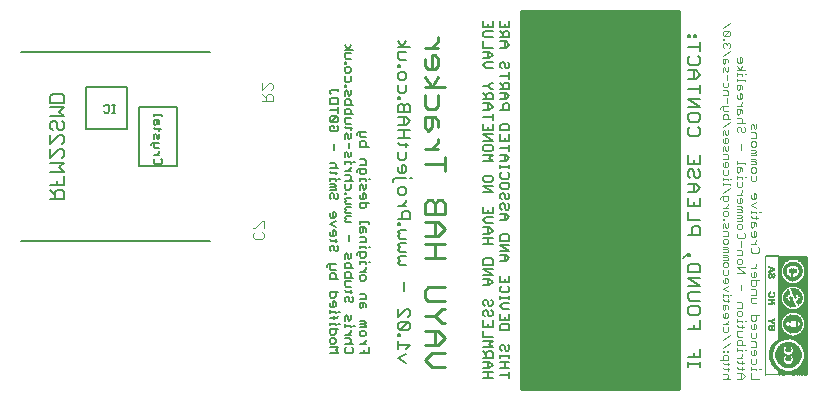
<source format=gbo>
G75*
G70*
%OFA0B0*%
%FSLAX24Y24*%
%IPPOS*%
%LPD*%
%AMOC8*
5,1,8,0,0,1.08239X$1,22.5*
%
%ADD10C,0.0040*%
%ADD11C,0.0050*%
%ADD12C,0.0160*%
%ADD13C,0.0080*%
%ADD14C,0.0060*%
%ADD15C,0.0090*%
%ADD16R,0.0010X0.0010*%
%ADD17R,0.0010X0.0140*%
%ADD18R,0.0010X0.0050*%
%ADD19R,0.0010X0.0040*%
%ADD20R,0.0010X0.0090*%
%ADD21R,0.0010X0.0100*%
%ADD22R,0.0010X0.0160*%
%ADD23R,0.0010X0.0130*%
%ADD24R,0.0010X0.0170*%
%ADD25R,0.0010X0.0060*%
%ADD26R,0.0010X0.0150*%
%ADD27R,0.0010X0.0260*%
%ADD28R,0.0010X0.0180*%
%ADD29R,0.0010X0.0070*%
%ADD30R,0.0010X0.0080*%
%ADD31R,0.0010X0.0340*%
%ADD32R,0.0010X0.0400*%
%ADD33R,0.0010X0.0450*%
%ADD34R,0.0010X0.0500*%
%ADD35R,0.0010X0.0540*%
%ADD36R,0.0010X0.0580*%
%ADD37R,0.0010X0.0620*%
%ADD38R,0.0010X0.0120*%
%ADD39R,0.0010X0.0640*%
%ADD40R,0.0010X0.0670*%
%ADD41R,0.0010X0.0110*%
%ADD42R,0.0010X0.0700*%
%ADD43R,0.0010X0.0310*%
%ADD44R,0.0010X0.0300*%
%ADD45R,0.0010X0.0230*%
%ADD46R,0.0010X0.0210*%
%ADD47R,0.0010X0.0200*%
%ADD48R,0.0010X0.0190*%
%ADD49R,0.0010X0.0250*%
%ADD50R,0.0010X0.0320*%
%ADD51R,0.0010X0.0360*%
%ADD52R,0.0010X0.0390*%
%ADD53R,0.0010X0.0430*%
%ADD54R,0.0010X0.0470*%
%ADD55R,0.0010X0.0490*%
%ADD56R,0.0010X0.0520*%
%ADD57R,0.0010X0.0270*%
%ADD58R,0.0010X0.2890*%
%ADD59R,0.0010X0.0570*%
%ADD60R,0.0010X0.2880*%
%ADD61R,0.0010X0.0590*%
%ADD62R,0.0010X0.2870*%
%ADD63R,0.0010X0.0240*%
%ADD64R,0.0010X0.0610*%
%ADD65R,0.0010X0.0630*%
%ADD66R,0.0010X0.2860*%
%ADD67R,0.0010X0.0650*%
%ADD68R,0.0010X0.2850*%
%ADD69R,0.0010X0.0220*%
%ADD70R,0.0010X0.0680*%
%ADD71R,0.0010X0.2840*%
%ADD72R,0.0010X0.0710*%
%ADD73R,0.0010X0.2830*%
%ADD74R,0.0010X0.0730*%
%ADD75R,0.0010X0.0510*%
%ADD76R,0.0010X0.0770*%
%ADD77R,0.0010X0.0460*%
%ADD78R,0.0010X0.0740*%
%ADD79R,0.0010X0.0410*%
%ADD80R,0.0010X0.0750*%
%ADD81R,0.0010X0.0420*%
%ADD82R,0.0010X0.0600*%
%ADD83R,0.0010X0.0370*%
%ADD84R,0.0010X0.0760*%
%ADD85R,0.0010X0.0550*%
%ADD86R,0.0010X0.0560*%
%ADD87R,0.0010X0.0350*%
%ADD88R,0.0010X0.0330*%
%ADD89R,0.0010X0.0780*%
%ADD90R,0.0010X0.0480*%
%ADD91R,0.0010X0.0790*%
%ADD92R,0.0010X0.0290*%
%ADD93R,0.0010X0.0280*%
%ADD94R,0.0010X0.0380*%
%ADD95R,0.0010X0.0030*%
%ADD96R,0.0010X0.0020*%
%ADD97R,0.0010X0.0720*%
%ADD98R,0.0010X0.0690*%
%ADD99R,0.0010X0.0660*%
%ADD100R,0.0010X0.0440*%
%ADD101R,0.0010X0.0530*%
%ADD102R,0.0010X0.0900*%
%ADD103R,0.0010X0.1620*%
%ADD104R,0.0010X0.3970*%
%ADD105R,0.0010X0.3950*%
%ADD106R,0.0010X0.3930*%
%ADD107R,0.0010X0.3910*%
%ADD108R,0.0400X0.0010*%
D10*
X009327Y005708D02*
X009267Y005768D01*
X009267Y005888D01*
X009327Y005948D01*
X009327Y006077D02*
X009267Y006077D01*
X009327Y006077D02*
X009567Y006317D01*
X009627Y006317D01*
X009627Y006077D01*
X009567Y005948D02*
X009627Y005888D01*
X009627Y005768D01*
X009567Y005708D01*
X009327Y005708D01*
X009582Y010301D02*
X009943Y010301D01*
X009943Y010481D01*
X009883Y010541D01*
X009763Y010541D01*
X009703Y010481D01*
X009703Y010301D01*
X009703Y010421D02*
X009582Y010541D01*
X009582Y010669D02*
X009823Y010909D01*
X009883Y010909D01*
X009943Y010849D01*
X009943Y010729D01*
X009883Y010669D01*
X009582Y010669D02*
X009582Y010909D01*
X024851Y010086D02*
X024851Y010045D01*
X024851Y010086D02*
X024893Y010127D01*
X025099Y010127D01*
X025058Y010227D02*
X025058Y010392D01*
X025099Y010491D02*
X024934Y010491D01*
X025099Y010491D02*
X025099Y010615D01*
X025058Y010656D01*
X024934Y010656D01*
X024975Y010756D02*
X024934Y010797D01*
X024934Y010921D01*
X025058Y011021D02*
X025058Y011186D01*
X025058Y011285D02*
X025099Y011326D01*
X025099Y011450D01*
X025017Y011409D02*
X025017Y011326D01*
X025058Y011285D01*
X024934Y011285D02*
X024934Y011409D01*
X024975Y011450D01*
X025017Y011409D01*
X024975Y011550D02*
X025017Y011591D01*
X025017Y011715D01*
X025058Y011715D02*
X024934Y011715D01*
X024934Y011591D01*
X024975Y011550D01*
X025099Y011591D02*
X025099Y011674D01*
X025058Y011715D01*
X024934Y011814D02*
X025182Y011980D01*
X025140Y012079D02*
X025182Y012120D01*
X025182Y012203D01*
X025140Y012244D01*
X025099Y012244D01*
X025058Y012203D01*
X025017Y012244D01*
X024975Y012244D01*
X024934Y012203D01*
X024934Y012120D01*
X024975Y012079D01*
X025058Y012162D02*
X025058Y012203D01*
X024975Y012344D02*
X024975Y012385D01*
X024934Y012385D01*
X024934Y012344D01*
X024975Y012344D01*
X024975Y012476D02*
X025140Y012641D01*
X024975Y012641D01*
X024934Y012600D01*
X024934Y012517D01*
X024975Y012476D01*
X025140Y012476D01*
X025182Y012517D01*
X025182Y012600D01*
X025140Y012641D01*
X024934Y012741D02*
X025182Y012906D01*
X025492Y011771D02*
X025492Y011587D01*
X025538Y011587D02*
X025583Y011633D01*
X025583Y011725D01*
X025538Y011771D01*
X025492Y011771D01*
X025400Y011725D02*
X025400Y011633D01*
X025446Y011587D01*
X025538Y011587D01*
X025583Y011483D02*
X025492Y011346D01*
X025400Y011483D01*
X025400Y011346D02*
X025675Y011346D01*
X025675Y011198D02*
X025721Y011198D01*
X025583Y011198D02*
X025400Y011198D01*
X025400Y011152D02*
X025400Y011244D01*
X025583Y011198D02*
X025583Y011152D01*
X025400Y011051D02*
X025400Y010959D01*
X025400Y011005D02*
X025675Y011005D01*
X025675Y010959D01*
X025538Y010852D02*
X025400Y010852D01*
X025400Y010715D01*
X025446Y010669D01*
X025492Y010715D01*
X025492Y010852D01*
X025538Y010852D02*
X025583Y010806D01*
X025583Y010715D01*
X025538Y010562D02*
X025492Y010562D01*
X025492Y010379D01*
X025538Y010379D02*
X025583Y010425D01*
X025583Y010516D01*
X025538Y010562D01*
X025400Y010516D02*
X025400Y010425D01*
X025446Y010379D01*
X025538Y010379D01*
X025583Y010275D02*
X025583Y010229D01*
X025492Y010137D01*
X025583Y010137D02*
X025400Y010137D01*
X025400Y010031D02*
X025400Y009893D01*
X025446Y009847D01*
X025492Y009893D01*
X025492Y010031D01*
X025538Y010031D02*
X025400Y010031D01*
X025538Y010031D02*
X025583Y009985D01*
X025583Y009893D01*
X025538Y009741D02*
X025400Y009741D01*
X025538Y009741D02*
X025583Y009695D01*
X025583Y009603D01*
X025538Y009557D01*
X025492Y009451D02*
X025446Y009451D01*
X025400Y009405D01*
X025400Y009313D01*
X025446Y009267D01*
X025538Y009313D02*
X025538Y009405D01*
X025492Y009451D01*
X025629Y009451D02*
X025675Y009405D01*
X025675Y009313D01*
X025629Y009267D01*
X025583Y009267D01*
X025538Y009313D01*
X025872Y009364D02*
X025872Y009501D01*
X025918Y009547D01*
X025964Y009501D01*
X025964Y009410D01*
X026010Y009364D01*
X026056Y009410D01*
X026056Y009547D01*
X025675Y009557D02*
X025400Y009557D01*
X025182Y009598D02*
X024934Y009433D01*
X024975Y009333D02*
X025017Y009292D01*
X025017Y009209D01*
X025058Y009168D01*
X025099Y009209D01*
X025099Y009333D01*
X024975Y009333D02*
X024934Y009292D01*
X024934Y009168D01*
X025017Y009069D02*
X025017Y008903D01*
X025058Y008903D02*
X025099Y008945D01*
X025099Y009027D01*
X025058Y009069D01*
X025017Y009069D01*
X024934Y009027D02*
X024934Y008945D01*
X024975Y008903D01*
X025058Y008903D01*
X025099Y008804D02*
X025099Y008680D01*
X025058Y008639D01*
X025017Y008680D01*
X025017Y008763D01*
X024975Y008804D01*
X024934Y008763D01*
X024934Y008639D01*
X024934Y008539D02*
X025058Y008539D01*
X025099Y008498D01*
X025099Y008374D01*
X024934Y008374D01*
X025017Y008275D02*
X025017Y008110D01*
X025058Y008110D02*
X025099Y008151D01*
X025099Y008233D01*
X025058Y008275D01*
X025017Y008275D01*
X024934Y008233D02*
X024934Y008151D01*
X024975Y008110D01*
X025058Y008110D01*
X025099Y008010D02*
X025099Y007886D01*
X025058Y007845D01*
X024975Y007845D01*
X024934Y007886D01*
X024934Y008010D01*
X024934Y007751D02*
X024934Y007668D01*
X024934Y007710D02*
X025099Y007710D01*
X025099Y007668D01*
X025182Y007710D02*
X025223Y007710D01*
X025400Y007720D02*
X025400Y007812D01*
X025400Y007766D02*
X025583Y007766D01*
X025583Y007720D01*
X025675Y007766D02*
X025721Y007766D01*
X025872Y007807D02*
X025872Y007670D01*
X025918Y007624D01*
X026010Y007624D01*
X026056Y007670D01*
X026056Y007807D01*
X026010Y007914D02*
X025918Y007914D01*
X025872Y007960D01*
X025872Y008051D01*
X025918Y008097D01*
X026010Y008097D01*
X026056Y008051D01*
X026056Y007960D01*
X026010Y007914D01*
X026056Y008204D02*
X025872Y008204D01*
X025872Y008296D02*
X026010Y008296D01*
X026056Y008341D01*
X026010Y008387D01*
X025872Y008387D01*
X025872Y008494D02*
X026056Y008494D01*
X026056Y008540D01*
X026010Y008586D01*
X026056Y008631D01*
X026010Y008677D01*
X025872Y008677D01*
X025872Y008586D02*
X026010Y008586D01*
X026010Y008784D02*
X025918Y008784D01*
X025872Y008830D01*
X025872Y008921D01*
X025918Y008967D01*
X026010Y008967D01*
X026056Y008921D01*
X026056Y008830D01*
X026010Y008784D01*
X026056Y009074D02*
X025872Y009074D01*
X026056Y009074D02*
X026056Y009211D01*
X026010Y009257D01*
X025872Y009257D01*
X025538Y008871D02*
X025538Y008687D01*
X025400Y008296D02*
X025400Y008204D01*
X025400Y008250D02*
X025675Y008250D01*
X025675Y008204D01*
X025538Y008097D02*
X025400Y008097D01*
X025400Y007960D01*
X025446Y007914D01*
X025492Y007960D01*
X025492Y008097D01*
X025538Y008097D02*
X025583Y008051D01*
X025583Y007960D01*
X025583Y007614D02*
X025583Y007476D01*
X025538Y007430D01*
X025446Y007430D01*
X025400Y007476D01*
X025400Y007614D01*
X025182Y007533D02*
X024934Y007533D01*
X024934Y007492D02*
X024934Y007575D01*
X025182Y007533D02*
X025182Y007492D01*
X025182Y007393D02*
X024934Y007227D01*
X024934Y007128D02*
X024934Y007004D01*
X024975Y006963D01*
X025058Y006963D01*
X025099Y007004D01*
X025099Y007128D01*
X024893Y007128D01*
X024851Y007087D01*
X024851Y007045D01*
X025099Y006866D02*
X025099Y006825D01*
X025017Y006742D01*
X025099Y006742D02*
X024934Y006742D01*
X024975Y006643D02*
X025058Y006643D01*
X025099Y006601D01*
X025099Y006519D01*
X025058Y006478D01*
X024975Y006478D01*
X024934Y006519D01*
X024934Y006601D01*
X024975Y006643D01*
X024975Y006387D02*
X024934Y006387D01*
X024934Y006345D01*
X024975Y006345D01*
X024975Y006387D01*
X024975Y006246D02*
X025017Y006204D01*
X025017Y006122D01*
X025058Y006081D01*
X025099Y006122D01*
X025099Y006246D01*
X024975Y006246D02*
X024934Y006204D01*
X024934Y006081D01*
X024934Y005981D02*
X025058Y005981D01*
X025099Y005940D01*
X025099Y005816D01*
X024934Y005816D01*
X024975Y005716D02*
X025058Y005716D01*
X025099Y005675D01*
X025099Y005593D01*
X025058Y005551D01*
X024975Y005551D01*
X024934Y005593D01*
X024934Y005675D01*
X024975Y005716D01*
X024934Y005452D02*
X025058Y005452D01*
X025099Y005411D01*
X025058Y005369D01*
X024934Y005369D01*
X024934Y005287D02*
X025099Y005287D01*
X025099Y005328D01*
X025058Y005369D01*
X025058Y005187D02*
X024934Y005187D01*
X024934Y005105D02*
X025058Y005105D01*
X025099Y005146D01*
X025058Y005187D01*
X025058Y005105D02*
X025099Y005063D01*
X025099Y005022D01*
X024934Y005022D01*
X024975Y004923D02*
X025058Y004923D01*
X025099Y004881D01*
X025099Y004799D01*
X025058Y004758D01*
X024975Y004758D01*
X024934Y004799D01*
X024934Y004881D01*
X024975Y004923D01*
X024934Y004658D02*
X024934Y004534D01*
X024975Y004493D01*
X025058Y004493D01*
X025099Y004534D01*
X025099Y004658D01*
X025400Y004579D02*
X025675Y004579D01*
X025400Y004762D01*
X025675Y004762D01*
X025538Y004869D02*
X025583Y004915D01*
X025583Y005006D01*
X025538Y005052D01*
X025446Y005052D01*
X025400Y005006D01*
X025400Y004915D01*
X025446Y004869D01*
X025538Y004869D01*
X025872Y004724D02*
X026056Y004724D01*
X026056Y004815D02*
X025964Y004724D01*
X025964Y004617D02*
X025964Y004434D01*
X025918Y004434D02*
X026010Y004434D01*
X026056Y004480D01*
X026056Y004571D01*
X026010Y004617D01*
X025964Y004617D01*
X025872Y004571D02*
X025872Y004480D01*
X025918Y004434D01*
X025872Y004327D02*
X025872Y004189D01*
X025918Y004144D01*
X026010Y004144D01*
X026056Y004189D01*
X026056Y004327D01*
X026148Y004327D02*
X025872Y004327D01*
X025538Y004182D02*
X025538Y003999D01*
X025872Y004037D02*
X026010Y004037D01*
X026056Y003991D01*
X026056Y003854D01*
X025872Y003854D01*
X025872Y003747D02*
X026056Y003747D01*
X026056Y003564D02*
X025918Y003564D01*
X025872Y003609D01*
X025872Y003747D01*
X025583Y003556D02*
X025538Y003602D01*
X025400Y003602D01*
X025400Y003419D02*
X025583Y003419D01*
X025583Y003556D01*
X025140Y003652D02*
X024975Y003652D01*
X024934Y003693D01*
X024934Y003787D02*
X024934Y003870D01*
X024934Y003828D02*
X025099Y003828D01*
X025099Y003787D01*
X025182Y003828D02*
X025223Y003828D01*
X025099Y003693D02*
X025099Y003611D01*
X025058Y003511D02*
X024934Y003511D01*
X024934Y003387D01*
X024975Y003346D01*
X025017Y003387D01*
X025017Y003511D01*
X025058Y003511D02*
X025099Y003470D01*
X025099Y003387D01*
X025058Y003247D02*
X025017Y003247D01*
X025017Y003081D01*
X025058Y003081D02*
X025099Y003123D01*
X025099Y003205D01*
X025058Y003247D01*
X024934Y003205D02*
X024934Y003123D01*
X024975Y003081D01*
X025058Y003081D01*
X025099Y002985D02*
X025099Y002943D01*
X025017Y002861D01*
X025099Y002861D02*
X024934Y002861D01*
X024934Y002761D02*
X024934Y002638D01*
X024975Y002596D01*
X025058Y002596D01*
X025099Y002638D01*
X025099Y002761D01*
X025400Y002834D02*
X025446Y002788D01*
X025629Y002788D01*
X025583Y002742D02*
X025583Y002834D01*
X025583Y002935D02*
X025583Y002981D01*
X025400Y002981D01*
X025400Y002935D02*
X025400Y003027D01*
X025446Y003129D02*
X025400Y003174D01*
X025400Y003266D01*
X025446Y003312D01*
X025538Y003312D01*
X025583Y003266D01*
X025583Y003174D01*
X025538Y003129D01*
X025446Y003129D01*
X025872Y003167D02*
X025872Y003029D01*
X025918Y002984D01*
X026010Y002984D01*
X026056Y003029D01*
X026056Y003167D01*
X026148Y003167D02*
X025872Y003167D01*
X025721Y002981D02*
X025675Y002981D01*
X025872Y002831D02*
X025872Y002739D01*
X025918Y002694D01*
X026010Y002694D01*
X026056Y002739D01*
X026056Y002831D01*
X026010Y002877D01*
X025964Y002877D01*
X025964Y002694D01*
X025872Y002587D02*
X025872Y002449D01*
X025918Y002404D01*
X026010Y002404D01*
X026056Y002449D01*
X026056Y002587D01*
X025583Y002635D02*
X025400Y002635D01*
X025400Y002498D01*
X025446Y002452D01*
X025583Y002452D01*
X025538Y002345D02*
X025583Y002299D01*
X025583Y002162D01*
X025675Y002162D02*
X025400Y002162D01*
X025400Y002299D01*
X025446Y002345D01*
X025538Y002345D01*
X025872Y002297D02*
X026010Y002297D01*
X026056Y002251D01*
X026056Y002114D01*
X025872Y002114D01*
X025964Y002007D02*
X025964Y001824D01*
X025918Y001824D02*
X026010Y001824D01*
X026056Y001869D01*
X026056Y001961D01*
X026010Y002007D01*
X025964Y002007D01*
X025872Y001961D02*
X025872Y001869D01*
X025918Y001824D01*
X025872Y001717D02*
X025872Y001579D01*
X025918Y001534D01*
X026010Y001534D01*
X026056Y001579D01*
X026056Y001717D01*
X026056Y001386D02*
X025872Y001386D01*
X025872Y001340D02*
X025872Y001432D01*
X026056Y001386D02*
X026056Y001340D01*
X026148Y001386D02*
X026193Y001386D01*
X025872Y001234D02*
X025872Y001050D01*
X026148Y001050D01*
X025675Y001142D02*
X025583Y001234D01*
X025400Y001234D01*
X025538Y001234D02*
X025538Y001050D01*
X025583Y001050D02*
X025675Y001142D01*
X025583Y001050D02*
X025400Y001050D01*
X025182Y001053D02*
X024934Y001053D01*
X025058Y001053D02*
X025099Y001094D01*
X025099Y001176D01*
X025058Y001218D01*
X024934Y001218D01*
X024975Y001359D02*
X024934Y001400D01*
X024975Y001359D02*
X025140Y001359D01*
X025099Y001400D02*
X025099Y001317D01*
X025099Y001494D02*
X025099Y001576D01*
X025140Y001535D02*
X024975Y001535D01*
X024934Y001576D01*
X024934Y001670D02*
X024934Y001794D01*
X024975Y001835D01*
X025058Y001835D01*
X025099Y001794D01*
X025099Y001670D01*
X024851Y001670D01*
X024934Y001935D02*
X024975Y001935D01*
X024975Y001976D01*
X024934Y001976D01*
X024934Y001935D01*
X025058Y001935D02*
X025099Y001935D01*
X025099Y001976D01*
X025058Y001976D01*
X025058Y001935D01*
X024934Y002067D02*
X025182Y002232D01*
X025182Y002497D02*
X024934Y002332D01*
X025400Y002060D02*
X025400Y001969D01*
X025400Y002014D02*
X025583Y002014D01*
X025583Y001969D01*
X025675Y002014D02*
X025721Y002014D01*
X025583Y001864D02*
X025583Y001819D01*
X025492Y001727D01*
X025583Y001727D02*
X025400Y001727D01*
X025400Y001625D02*
X025446Y001579D01*
X025629Y001579D01*
X025583Y001534D02*
X025583Y001625D01*
X025583Y001432D02*
X025583Y001340D01*
X025629Y001386D02*
X025446Y001386D01*
X025400Y001432D01*
X025099Y003964D02*
X024934Y004046D01*
X025099Y004129D01*
X025058Y004228D02*
X025099Y004270D01*
X025099Y004352D01*
X025058Y004393D01*
X025017Y004393D01*
X025017Y004228D01*
X025058Y004228D02*
X024975Y004228D01*
X024934Y004270D01*
X024934Y004352D01*
X026056Y004815D02*
X026056Y004861D01*
X025583Y005159D02*
X025583Y005296D01*
X025538Y005342D01*
X025400Y005342D01*
X025538Y005449D02*
X025538Y005632D01*
X025629Y005739D02*
X025446Y005739D01*
X025400Y005785D01*
X025400Y005876D01*
X025446Y005922D01*
X025446Y006029D02*
X025400Y006075D01*
X025400Y006166D01*
X025446Y006212D01*
X025538Y006212D01*
X025583Y006166D01*
X025583Y006075D01*
X025538Y006029D01*
X025446Y006029D01*
X025629Y005922D02*
X025675Y005876D01*
X025675Y005785D01*
X025629Y005739D01*
X025872Y005833D02*
X025872Y005925D01*
X025872Y005833D02*
X025918Y005787D01*
X026010Y005787D01*
X026056Y005833D01*
X026056Y005925D01*
X026010Y005970D01*
X025964Y005970D01*
X025964Y005787D01*
X026056Y005683D02*
X026056Y005637D01*
X025964Y005545D01*
X025872Y005545D02*
X026056Y005545D01*
X026102Y005439D02*
X026148Y005393D01*
X026148Y005301D01*
X026102Y005255D01*
X025918Y005255D01*
X025872Y005301D01*
X025872Y005393D01*
X025918Y005439D01*
X025583Y005159D02*
X025400Y005159D01*
X025918Y006077D02*
X025964Y006123D01*
X025964Y006261D01*
X026010Y006261D02*
X025872Y006261D01*
X025872Y006123D01*
X025918Y006077D01*
X026056Y006123D02*
X026056Y006215D01*
X026010Y006261D01*
X026056Y006367D02*
X026056Y006459D01*
X026102Y006413D02*
X025918Y006413D01*
X025872Y006459D01*
X025872Y006560D02*
X025872Y006652D01*
X025872Y006606D02*
X026056Y006606D01*
X026056Y006560D01*
X026148Y006606D02*
X026193Y006606D01*
X026056Y006754D02*
X025872Y006845D01*
X026056Y006937D01*
X026010Y007044D02*
X026056Y007090D01*
X026056Y007181D01*
X026010Y007227D01*
X025964Y007227D01*
X025964Y007044D01*
X025918Y007044D02*
X026010Y007044D01*
X025918Y007044D02*
X025872Y007090D01*
X025872Y007181D01*
X025583Y007189D02*
X025400Y007189D01*
X025492Y007189D02*
X025583Y007280D01*
X025583Y007326D01*
X025538Y007082D02*
X025492Y007082D01*
X025492Y006899D01*
X025538Y006899D02*
X025583Y006945D01*
X025583Y007036D01*
X025538Y007082D01*
X025400Y007036D02*
X025400Y006945D01*
X025446Y006899D01*
X025538Y006899D01*
X025538Y006792D02*
X025400Y006792D01*
X025400Y006700D02*
X025538Y006700D01*
X025583Y006746D01*
X025538Y006792D01*
X025538Y006700D02*
X025583Y006655D01*
X025583Y006609D01*
X025400Y006609D01*
X025400Y006502D02*
X025538Y006502D01*
X025583Y006456D01*
X025538Y006410D01*
X025400Y006410D01*
X025400Y006319D02*
X025583Y006319D01*
X025583Y006365D01*
X025538Y006410D01*
X026056Y008204D02*
X026056Y008250D01*
X026010Y008296D01*
X025182Y009697D02*
X024934Y009697D01*
X024934Y009821D01*
X024975Y009862D01*
X025058Y009862D01*
X025099Y009821D01*
X025099Y009697D01*
X025099Y009962D02*
X024975Y009962D01*
X024934Y010003D01*
X024934Y010127D01*
X024975Y010756D02*
X025058Y010756D01*
X025099Y010797D01*
X025099Y010921D01*
D11*
X011742Y004816D02*
X011742Y004769D01*
X011742Y004816D02*
X011790Y004864D01*
X012027Y004864D01*
X011837Y004864D02*
X011837Y004721D01*
X011885Y004674D01*
X012027Y004674D01*
X011980Y004556D02*
X012027Y004508D01*
X012027Y004366D01*
X012122Y004366D02*
X011837Y004366D01*
X011837Y004508D01*
X011885Y004556D01*
X011980Y004556D01*
X012339Y004559D02*
X012339Y004417D01*
X012624Y004417D01*
X012529Y004417D02*
X012529Y004559D01*
X012481Y004607D01*
X012387Y004607D01*
X012339Y004559D01*
X012339Y004725D02*
X012339Y004868D01*
X012387Y004915D01*
X012481Y004915D01*
X012529Y004868D01*
X012529Y004725D01*
X012624Y004725D02*
X012339Y004725D01*
X012841Y004622D02*
X013031Y004622D01*
X012936Y004622D02*
X013031Y004717D01*
X013031Y004765D01*
X013031Y004879D02*
X013031Y004927D01*
X012841Y004927D01*
X012841Y004974D02*
X012841Y004879D01*
X013126Y004927D02*
X013173Y004927D01*
X012983Y005085D02*
X012888Y005085D01*
X012841Y005132D01*
X012841Y005275D01*
X012794Y005275D02*
X013031Y005275D01*
X013031Y005132D01*
X012983Y005085D01*
X012746Y005180D02*
X012746Y005227D01*
X012794Y005275D01*
X012841Y005393D02*
X012841Y005488D01*
X012841Y005440D02*
X013031Y005440D01*
X013031Y005393D01*
X013126Y005440D02*
X013173Y005440D01*
X013031Y005598D02*
X012841Y005598D01*
X013031Y005598D02*
X013031Y005741D01*
X012983Y005788D01*
X012841Y005788D01*
X012888Y005906D02*
X012936Y005954D01*
X012936Y006096D01*
X012983Y006096D02*
X012841Y006096D01*
X012841Y005954D01*
X012888Y005906D01*
X013031Y005954D02*
X013031Y006049D01*
X012983Y006096D01*
X012841Y006214D02*
X012841Y006309D01*
X012841Y006262D02*
X013126Y006262D01*
X013126Y006214D01*
X012529Y006266D02*
X012387Y006266D01*
X012339Y006313D01*
X012387Y006361D01*
X012339Y006408D01*
X012387Y006456D01*
X012529Y006456D01*
X012529Y006574D02*
X012387Y006574D01*
X012339Y006621D01*
X012387Y006669D01*
X012339Y006716D01*
X012387Y006764D01*
X012529Y006764D01*
X012529Y006882D02*
X012387Y006882D01*
X012339Y006930D01*
X012387Y006977D01*
X012339Y007025D01*
X012387Y007072D01*
X012529Y007072D01*
X012387Y007190D02*
X012387Y007238D01*
X012339Y007238D01*
X012339Y007190D01*
X012387Y007190D01*
X012122Y007179D02*
X012122Y007084D01*
X012074Y007036D01*
X012027Y007036D01*
X011980Y007084D01*
X011980Y007179D01*
X011932Y007226D01*
X011885Y007226D01*
X011837Y007179D01*
X011837Y007084D01*
X011885Y007036D01*
X012074Y007226D02*
X012122Y007179D01*
X012027Y007344D02*
X012027Y007392D01*
X011980Y007439D01*
X012027Y007487D01*
X011980Y007534D01*
X011837Y007534D01*
X011837Y007439D02*
X011980Y007439D01*
X012027Y007344D02*
X011837Y007344D01*
X012339Y007392D02*
X012339Y007534D01*
X012339Y007652D02*
X012624Y007652D01*
X012529Y007700D02*
X012529Y007795D01*
X012481Y007842D01*
X012339Y007842D01*
X012339Y007961D02*
X012529Y007961D01*
X012434Y007961D02*
X012529Y008056D01*
X012529Y008103D01*
X012529Y008217D02*
X012529Y008265D01*
X012339Y008265D01*
X012339Y008312D02*
X012339Y008217D01*
X012339Y008423D02*
X012339Y008565D01*
X012387Y008613D01*
X012434Y008565D01*
X012434Y008470D01*
X012481Y008423D01*
X012529Y008470D01*
X012529Y008613D01*
X012481Y008731D02*
X012481Y008921D01*
X012481Y009039D02*
X012529Y009087D01*
X012529Y009229D01*
X012434Y009181D02*
X012434Y009087D01*
X012481Y009039D01*
X012339Y009039D02*
X012339Y009181D01*
X012387Y009229D01*
X012434Y009181D01*
X012529Y009347D02*
X012529Y009442D01*
X012576Y009395D02*
X012387Y009395D01*
X012339Y009442D01*
X012387Y009553D02*
X012339Y009600D01*
X012339Y009743D01*
X012529Y009743D01*
X012529Y009861D02*
X012529Y010003D01*
X012481Y010051D01*
X012387Y010051D01*
X012339Y010003D01*
X012339Y009861D01*
X012624Y009861D01*
X012122Y009912D02*
X012122Y010102D01*
X012122Y010007D02*
X011837Y010007D01*
X011885Y009794D02*
X011837Y009746D01*
X011837Y009651D01*
X011885Y009604D01*
X012074Y009794D01*
X011885Y009794D01*
X012074Y009794D02*
X012122Y009746D01*
X012122Y009651D01*
X012074Y009604D01*
X011885Y009604D01*
X011885Y009486D02*
X011980Y009486D01*
X011980Y009391D01*
X012074Y009486D02*
X012122Y009438D01*
X012122Y009343D01*
X012074Y009296D01*
X011885Y009296D01*
X011837Y009343D01*
X011837Y009438D01*
X011885Y009486D01*
X012387Y009553D02*
X012529Y009553D01*
X012794Y009280D02*
X012746Y009233D01*
X012746Y009185D01*
X012841Y009138D02*
X012841Y009280D01*
X012794Y009280D02*
X013031Y009280D01*
X012888Y009090D02*
X012841Y009138D01*
X012888Y009090D02*
X013031Y009090D01*
X012983Y008972D02*
X012888Y008972D01*
X012841Y008925D01*
X012841Y008782D01*
X013126Y008782D01*
X013031Y008782D02*
X013031Y008925D01*
X012983Y008972D01*
X012983Y008356D02*
X012841Y008356D01*
X012983Y008356D02*
X013031Y008308D01*
X013031Y008166D01*
X012841Y008166D01*
X012841Y008048D02*
X012841Y007905D01*
X012888Y007858D01*
X012983Y007858D01*
X013031Y007905D01*
X013031Y008048D01*
X012794Y008048D01*
X012746Y008000D01*
X012746Y007953D01*
X012841Y007747D02*
X012841Y007652D01*
X012841Y007700D02*
X013031Y007700D01*
X013031Y007652D01*
X013126Y007700D02*
X013173Y007700D01*
X013031Y007534D02*
X013031Y007392D01*
X012983Y007344D01*
X012936Y007392D01*
X012936Y007487D01*
X012888Y007534D01*
X012841Y007487D01*
X012841Y007344D01*
X012936Y007226D02*
X012936Y007036D01*
X012983Y007036D02*
X012888Y007036D01*
X012841Y007084D01*
X012841Y007179D01*
X012936Y007226D02*
X012983Y007226D01*
X013031Y007179D01*
X013031Y007084D01*
X012983Y007036D01*
X013031Y006918D02*
X013031Y006775D01*
X012983Y006728D01*
X012888Y006728D01*
X012841Y006775D01*
X012841Y006918D01*
X013126Y006918D01*
X012529Y007392D02*
X012481Y007344D01*
X012387Y007344D01*
X012339Y007392D01*
X012529Y007392D02*
X012529Y007534D01*
X012481Y007652D02*
X012529Y007700D01*
X012169Y007700D02*
X012122Y007700D01*
X012027Y007700D02*
X011837Y007700D01*
X011837Y007747D02*
X011837Y007652D01*
X012027Y007652D02*
X012027Y007700D01*
X012027Y007858D02*
X012027Y007953D01*
X012074Y007905D02*
X011885Y007905D01*
X011837Y007953D01*
X011837Y008063D02*
X012122Y008063D01*
X012027Y008111D02*
X012027Y008206D01*
X011980Y008253D01*
X011837Y008253D01*
X011980Y008063D02*
X012027Y008111D01*
X012624Y008265D02*
X012671Y008265D01*
X011980Y008680D02*
X011980Y008869D01*
X012339Y010169D02*
X012339Y010311D01*
X012387Y010359D01*
X012481Y010359D01*
X012529Y010311D01*
X012529Y010169D01*
X012624Y010169D02*
X012339Y010169D01*
X012122Y010220D02*
X011837Y010220D01*
X011837Y010363D01*
X011885Y010410D01*
X012074Y010410D01*
X012122Y010363D01*
X012122Y010220D01*
X012339Y010477D02*
X012339Y010619D01*
X012387Y010667D01*
X012434Y010619D01*
X012434Y010524D01*
X012481Y010477D01*
X012529Y010524D01*
X012529Y010667D01*
X012387Y010785D02*
X012387Y010833D01*
X012339Y010833D01*
X012339Y010785D01*
X012387Y010785D01*
X012387Y010939D02*
X012339Y010987D01*
X012339Y011129D01*
X012387Y011247D02*
X012339Y011295D01*
X012339Y011390D01*
X012387Y011437D01*
X012481Y011437D01*
X012529Y011390D01*
X012529Y011295D01*
X012481Y011247D01*
X012387Y011247D01*
X012529Y011129D02*
X012529Y010987D01*
X012481Y010939D01*
X012387Y010939D01*
X012122Y010718D02*
X012122Y010623D01*
X012122Y010671D02*
X011885Y010671D01*
X011837Y010623D01*
X011837Y010576D01*
X011885Y010528D01*
X012339Y011555D02*
X012339Y011603D01*
X012387Y011603D01*
X012387Y011555D01*
X012339Y011555D01*
X012387Y011710D02*
X012339Y011757D01*
X012339Y011899D01*
X012529Y011899D01*
X012624Y012018D02*
X012339Y012018D01*
X012434Y012018D02*
X012339Y012160D01*
X012434Y012018D02*
X012529Y012160D01*
X012529Y011710D02*
X012387Y011710D01*
X006238Y009845D02*
X005973Y009845D01*
X005973Y009801D02*
X005973Y009889D01*
X005973Y009687D02*
X005973Y009555D01*
X006017Y009511D01*
X006061Y009555D01*
X006061Y009687D01*
X006105Y009687D02*
X005973Y009687D01*
X006105Y009687D02*
X006149Y009643D01*
X006149Y009555D01*
X006149Y009406D02*
X006149Y009317D01*
X006194Y009362D02*
X006017Y009362D01*
X005973Y009406D01*
X006017Y009204D02*
X006061Y009160D01*
X006061Y009071D01*
X006105Y009027D01*
X006149Y009071D01*
X006149Y009204D01*
X006017Y009204D02*
X005973Y009160D01*
X005973Y009027D01*
X005973Y008914D02*
X005973Y008781D01*
X006017Y008737D01*
X006149Y008737D01*
X006149Y008628D02*
X006149Y008584D01*
X006061Y008496D01*
X005973Y008496D02*
X006149Y008496D01*
X006194Y008382D02*
X006238Y008338D01*
X006238Y008250D01*
X006194Y008206D01*
X006017Y008206D01*
X005973Y008250D01*
X005973Y008338D01*
X006017Y008382D01*
X005884Y008826D02*
X005884Y008870D01*
X005928Y008914D01*
X006149Y008914D01*
X006238Y009801D02*
X006238Y009845D01*
X004674Y009915D02*
X004585Y009915D01*
X004629Y009915D02*
X004629Y010180D01*
X004585Y010180D02*
X004674Y010180D01*
X004480Y010136D02*
X004480Y009959D01*
X004436Y009915D01*
X004348Y009915D01*
X004303Y009959D01*
X004303Y010136D02*
X004348Y010180D01*
X004436Y010180D01*
X004480Y010136D01*
X002972Y010094D02*
X002521Y010094D01*
X002521Y010254D02*
X002521Y010480D01*
X002596Y010555D01*
X002897Y010555D01*
X002972Y010480D01*
X002972Y010254D01*
X002521Y010254D01*
X002822Y009944D02*
X002972Y010094D01*
X002822Y009944D02*
X002972Y009794D01*
X002521Y009794D01*
X002596Y009634D02*
X002521Y009559D01*
X002521Y009409D01*
X002596Y009334D01*
X002747Y009409D02*
X002822Y009334D01*
X002897Y009334D01*
X002972Y009409D01*
X002972Y009559D01*
X002897Y009634D01*
X002747Y009559D02*
X002747Y009409D01*
X002747Y009559D02*
X002672Y009634D01*
X002596Y009634D01*
X002521Y009173D02*
X002521Y008873D01*
X002822Y009173D01*
X002897Y009173D01*
X002972Y009098D01*
X002972Y008948D01*
X002897Y008873D01*
X002897Y008713D02*
X002822Y008713D01*
X002521Y008413D01*
X002521Y008713D01*
X002897Y008713D02*
X002972Y008638D01*
X002972Y008488D01*
X002897Y008413D01*
X002972Y008253D02*
X002521Y008253D01*
X002822Y008103D02*
X002972Y008253D01*
X002822Y008103D02*
X002972Y007952D01*
X002521Y007952D01*
X002747Y007642D02*
X002747Y007492D01*
X002972Y007492D02*
X002521Y007492D01*
X002521Y007332D02*
X002672Y007182D01*
X002672Y007257D02*
X002672Y007032D01*
X002521Y007032D02*
X002972Y007032D01*
X002972Y007257D01*
X002897Y007332D01*
X002747Y007332D01*
X002672Y007257D01*
X002972Y007492D02*
X002972Y007792D01*
X011837Y006562D02*
X011837Y006467D01*
X011885Y006420D01*
X011980Y006420D01*
X012027Y006467D01*
X012027Y006562D01*
X011980Y006610D01*
X011932Y006610D01*
X011932Y006420D01*
X012027Y006302D02*
X011837Y006207D01*
X012027Y006112D01*
X011980Y005994D02*
X011932Y005994D01*
X011932Y005804D01*
X011885Y005804D02*
X011980Y005804D01*
X012027Y005851D01*
X012027Y005946D01*
X011980Y005994D01*
X011837Y005946D02*
X011837Y005851D01*
X011885Y005804D01*
X011837Y005693D02*
X011885Y005646D01*
X012074Y005646D01*
X012027Y005693D02*
X012027Y005598D01*
X012074Y005480D02*
X012122Y005432D01*
X012122Y005338D01*
X012074Y005290D01*
X012027Y005290D01*
X011980Y005338D01*
X011980Y005432D01*
X011932Y005480D01*
X011885Y005480D01*
X011837Y005432D01*
X011837Y005338D01*
X011885Y005290D01*
X012339Y005176D02*
X012339Y005033D01*
X012434Y005081D02*
X012434Y005176D01*
X012387Y005223D01*
X012339Y005176D01*
X012434Y005081D02*
X012481Y005033D01*
X012529Y005081D01*
X012529Y005223D01*
X012481Y005650D02*
X012481Y005839D01*
X012888Y004504D02*
X012983Y004504D01*
X013031Y004457D01*
X013031Y004362D01*
X012983Y004314D01*
X012888Y004314D01*
X012841Y004362D01*
X012841Y004457D01*
X012888Y004504D01*
X012529Y004299D02*
X012339Y004299D01*
X012339Y004156D01*
X012387Y004109D01*
X012529Y004109D01*
X012529Y003998D02*
X012529Y003903D01*
X012576Y003951D02*
X012387Y003951D01*
X012339Y003998D01*
X012122Y003939D02*
X011837Y003939D01*
X011837Y003797D01*
X011885Y003749D01*
X011980Y003749D01*
X012027Y003797D01*
X012027Y003939D01*
X012339Y003738D02*
X012339Y003643D01*
X012387Y003595D01*
X012481Y003643D02*
X012481Y003738D01*
X012434Y003785D01*
X012387Y003785D01*
X012339Y003738D01*
X012481Y003643D02*
X012529Y003595D01*
X012576Y003595D01*
X012624Y003643D01*
X012624Y003738D01*
X012576Y003785D01*
X012841Y003698D02*
X013031Y003698D01*
X013031Y003840D01*
X012983Y003888D01*
X012841Y003888D01*
X012841Y003580D02*
X012841Y003437D01*
X012888Y003390D01*
X012936Y003437D01*
X012936Y003580D01*
X012983Y003580D02*
X012841Y003580D01*
X012983Y003580D02*
X013031Y003532D01*
X013031Y003437D01*
X012529Y003169D02*
X012529Y003026D01*
X012481Y002979D01*
X012434Y003026D01*
X012434Y003121D01*
X012387Y003169D01*
X012339Y003121D01*
X012339Y002979D01*
X012339Y002869D02*
X012339Y002774D01*
X012339Y002821D02*
X012529Y002821D01*
X012529Y002774D01*
X012624Y002821D02*
X012671Y002821D01*
X012841Y002774D02*
X013031Y002774D01*
X013031Y002821D01*
X012983Y002869D01*
X013031Y002916D01*
X012983Y002964D01*
X012841Y002964D01*
X012841Y002869D02*
X012983Y002869D01*
X012983Y002655D02*
X012888Y002655D01*
X012841Y002608D01*
X012841Y002513D01*
X012888Y002465D01*
X012983Y002465D01*
X013031Y002513D01*
X013031Y002608D01*
X012983Y002655D01*
X013031Y002351D02*
X013031Y002304D01*
X012936Y002209D01*
X012841Y002209D02*
X013031Y002209D01*
X013126Y002090D02*
X013126Y001901D01*
X012841Y001901D01*
X012983Y001901D02*
X012983Y001995D01*
X012624Y001948D02*
X012576Y001901D01*
X012387Y001901D01*
X012339Y001948D01*
X012339Y002043D01*
X012387Y002090D01*
X012339Y002209D02*
X012624Y002209D01*
X012529Y002256D02*
X012529Y002351D01*
X012481Y002399D01*
X012339Y002399D01*
X012339Y002517D02*
X012529Y002517D01*
X012434Y002517D02*
X012529Y002612D01*
X012529Y002659D01*
X012122Y002707D02*
X011837Y002707D01*
X011837Y002564D01*
X011885Y002517D01*
X011980Y002517D01*
X012027Y002564D01*
X012027Y002707D01*
X012027Y002825D02*
X012027Y002872D01*
X011837Y002872D01*
X011837Y002825D02*
X011837Y002920D01*
X011837Y003078D02*
X012074Y003078D01*
X012122Y003125D01*
X011980Y003125D02*
X011980Y003030D01*
X012027Y003236D02*
X012027Y003283D01*
X011837Y003283D01*
X011837Y003236D02*
X011837Y003331D01*
X011885Y003441D02*
X011980Y003441D01*
X012027Y003489D01*
X012027Y003584D01*
X011980Y003631D01*
X011932Y003631D01*
X011932Y003441D01*
X011885Y003441D02*
X011837Y003489D01*
X011837Y003584D01*
X012122Y003283D02*
X012169Y003283D01*
X012169Y002872D02*
X012122Y002872D01*
X011980Y002399D02*
X012027Y002351D01*
X012027Y002256D01*
X011980Y002209D01*
X011885Y002209D01*
X011837Y002256D01*
X011837Y002351D01*
X011885Y002399D01*
X011980Y002399D01*
X012122Y002090D02*
X011837Y002090D01*
X012027Y001995D02*
X012122Y002090D01*
X012027Y001995D02*
X012122Y001901D01*
X011837Y001901D01*
X012576Y002090D02*
X012624Y002043D01*
X012624Y001948D01*
X012481Y002209D02*
X012529Y002256D01*
D12*
X018233Y002222D02*
X023433Y002222D01*
X023433Y002380D02*
X018233Y002380D01*
X018233Y002539D02*
X023433Y002539D01*
X023433Y002697D02*
X018233Y002697D01*
X018233Y002856D02*
X023433Y002856D01*
X023433Y003014D02*
X018233Y003014D01*
X018233Y003173D02*
X023433Y003173D01*
X023433Y003331D02*
X018233Y003331D01*
X018233Y003490D02*
X023433Y003490D01*
X023433Y003648D02*
X018233Y003648D01*
X018233Y003807D02*
X023433Y003807D01*
X023433Y003965D02*
X018233Y003965D01*
X018233Y004124D02*
X023433Y004124D01*
X023433Y004282D02*
X018233Y004282D01*
X018233Y004441D02*
X023433Y004441D01*
X023433Y004599D02*
X018233Y004599D01*
X018233Y004758D02*
X023433Y004758D01*
X023433Y004916D02*
X018233Y004916D01*
X018233Y005075D02*
X023433Y005075D01*
X023433Y005233D02*
X018233Y005233D01*
X018233Y005392D02*
X023433Y005392D01*
X023433Y005550D02*
X018233Y005550D01*
X018233Y005709D02*
X023433Y005709D01*
X023433Y005867D02*
X018233Y005867D01*
X018233Y006026D02*
X023433Y006026D01*
X023433Y006184D02*
X018233Y006184D01*
X018233Y006343D02*
X023433Y006343D01*
X023433Y006501D02*
X018233Y006501D01*
X018233Y006660D02*
X023433Y006660D01*
X023433Y006818D02*
X018233Y006818D01*
X018233Y006977D02*
X023433Y006977D01*
X023433Y007135D02*
X018233Y007135D01*
X018233Y007294D02*
X023433Y007294D01*
X023433Y007452D02*
X018233Y007452D01*
X018233Y007611D02*
X023433Y007611D01*
X023433Y007769D02*
X018233Y007769D01*
X018233Y007928D02*
X023433Y007928D01*
X023433Y008086D02*
X018233Y008086D01*
X018233Y008245D02*
X023433Y008245D01*
X023433Y008403D02*
X018233Y008403D01*
X018233Y008562D02*
X023433Y008562D01*
X023433Y008720D02*
X018233Y008720D01*
X018233Y008879D02*
X023433Y008879D01*
X023433Y009037D02*
X018233Y009037D01*
X018233Y009196D02*
X023433Y009196D01*
X023433Y009354D02*
X018233Y009354D01*
X018233Y009513D02*
X023433Y009513D01*
X023433Y009671D02*
X018233Y009671D01*
X018233Y009830D02*
X023433Y009830D01*
X023433Y009988D02*
X018233Y009988D01*
X018233Y010147D02*
X023433Y010147D01*
X023433Y010305D02*
X018233Y010305D01*
X018233Y010464D02*
X023433Y010464D01*
X023433Y010622D02*
X018233Y010622D01*
X018233Y010781D02*
X023433Y010781D01*
X023433Y010939D02*
X018233Y010939D01*
X018233Y011098D02*
X023433Y011098D01*
X023433Y011256D02*
X018233Y011256D01*
X018233Y011415D02*
X023433Y011415D01*
X023433Y011573D02*
X018233Y011573D01*
X018233Y011732D02*
X023433Y011732D01*
X023433Y011890D02*
X018233Y011890D01*
X018233Y012049D02*
X023433Y012049D01*
X023433Y012207D02*
X018233Y012207D01*
X018233Y012366D02*
X023433Y012366D01*
X023433Y012524D02*
X018233Y012524D01*
X018233Y012683D02*
X023433Y012683D01*
X023433Y012841D02*
X018233Y012841D01*
X018233Y013000D02*
X023433Y013000D01*
X023433Y013158D02*
X018233Y013158D01*
X018233Y013287D02*
X018233Y000737D01*
X023433Y000737D01*
X023433Y013287D01*
X018233Y013287D01*
X018233Y002063D02*
X023433Y002063D01*
X023433Y001905D02*
X018233Y001905D01*
X018233Y001746D02*
X023433Y001746D01*
X023433Y001588D02*
X018233Y001588D01*
X018233Y001429D02*
X023433Y001429D01*
X023433Y001271D02*
X018233Y001271D01*
X018233Y001112D02*
X023433Y001112D01*
X023433Y000954D02*
X018233Y000954D01*
X018233Y000795D02*
X023433Y000795D01*
D13*
X023758Y001453D02*
X023758Y001597D01*
X023758Y001525D02*
X024190Y001525D01*
X024190Y001453D02*
X024190Y001597D01*
X024190Y001767D02*
X023758Y001767D01*
X023974Y001767D02*
X023974Y001911D01*
X024190Y001767D02*
X024190Y002055D01*
X024190Y002709D02*
X023758Y002709D01*
X023974Y002709D02*
X023974Y002854D01*
X024190Y002998D02*
X024190Y002709D01*
X024118Y003181D02*
X023830Y003181D01*
X023758Y003253D01*
X023758Y003397D01*
X023830Y003469D01*
X024118Y003469D01*
X024190Y003397D01*
X024190Y003253D01*
X024118Y003181D01*
X024190Y003652D02*
X023830Y003652D01*
X023758Y003724D01*
X023758Y003868D01*
X023830Y003940D01*
X024190Y003940D01*
X024190Y004123D02*
X023758Y004123D01*
X023758Y004411D02*
X024190Y004123D01*
X024190Y004411D02*
X023758Y004411D01*
X023758Y004595D02*
X023758Y004811D01*
X023830Y004883D01*
X024118Y004883D01*
X024190Y004811D01*
X024190Y004595D01*
X023758Y004595D01*
X023614Y005066D02*
X023758Y005210D01*
X023758Y005138D01*
X023830Y005138D01*
X023830Y005210D01*
X023758Y005210D01*
X023758Y005851D02*
X024190Y005851D01*
X024190Y006067D01*
X024118Y006139D01*
X023974Y006139D01*
X023902Y006067D01*
X023902Y005851D01*
X023758Y006323D02*
X023758Y006611D01*
X023758Y006794D02*
X023758Y007082D01*
X023758Y007265D02*
X024046Y007265D01*
X024190Y007409D01*
X024046Y007553D01*
X023758Y007553D01*
X023830Y007736D02*
X023758Y007808D01*
X023758Y007952D01*
X023830Y008024D01*
X023902Y008024D01*
X023974Y007952D01*
X023974Y007808D01*
X024046Y007736D01*
X024118Y007736D01*
X024190Y007808D01*
X024190Y007952D01*
X024118Y008024D01*
X024190Y008208D02*
X023758Y008208D01*
X023758Y008496D01*
X023974Y008352D02*
X023974Y008208D01*
X024190Y008208D02*
X024190Y008496D01*
X024118Y009150D02*
X023830Y009150D01*
X023758Y009222D01*
X023758Y009366D01*
X023830Y009438D01*
X023830Y009621D02*
X023758Y009693D01*
X023758Y009838D01*
X023830Y009910D01*
X024118Y009910D01*
X024190Y009838D01*
X024190Y009693D01*
X024118Y009621D01*
X023830Y009621D01*
X024118Y009438D02*
X024190Y009366D01*
X024190Y009222D01*
X024118Y009150D01*
X024190Y010093D02*
X023758Y010093D01*
X023758Y010381D02*
X024190Y010093D01*
X024190Y010381D02*
X023758Y010381D01*
X024190Y010564D02*
X024190Y010852D01*
X024190Y010708D02*
X023758Y010708D01*
X023758Y011035D02*
X024046Y011035D01*
X024190Y011179D01*
X024046Y011323D01*
X023758Y011323D01*
X023830Y011507D02*
X023758Y011579D01*
X023758Y011723D01*
X023830Y011795D01*
X024118Y011795D02*
X024190Y011723D01*
X024190Y011579D01*
X024118Y011507D01*
X023830Y011507D01*
X023974Y011323D02*
X023974Y011035D01*
X024190Y011978D02*
X024190Y012266D01*
X024190Y012122D02*
X023758Y012122D01*
X023758Y012449D02*
X023830Y012449D01*
X023830Y012521D01*
X023758Y012521D01*
X023758Y012449D01*
X023974Y012449D02*
X023974Y012521D01*
X024046Y012521D01*
X024046Y012449D01*
X023974Y012449D01*
X023974Y007553D02*
X023974Y007265D01*
X024190Y007082D02*
X024190Y006794D01*
X023758Y006794D01*
X023974Y006794D02*
X023974Y006938D01*
X024190Y006323D02*
X023758Y006323D01*
X007837Y005638D02*
X001538Y005638D01*
X005475Y008138D02*
X006735Y008138D01*
X006735Y010107D01*
X005475Y010107D01*
X005475Y008138D01*
X005081Y009378D02*
X003703Y009378D01*
X003703Y010756D01*
X005081Y010756D01*
X005081Y009378D01*
X007837Y011938D02*
X001538Y011938D01*
D14*
X014092Y011941D02*
X014092Y011735D01*
X014161Y011666D01*
X014367Y011666D01*
X014161Y011517D02*
X014092Y011517D01*
X014092Y011449D01*
X014161Y011449D01*
X014161Y011517D01*
X014161Y011289D02*
X014298Y011289D01*
X014367Y011220D01*
X014367Y011082D01*
X014298Y011014D01*
X014161Y011014D01*
X014092Y011082D01*
X014092Y011220D01*
X014161Y011289D01*
X014092Y010854D02*
X014092Y010647D01*
X014161Y010579D01*
X014298Y010579D01*
X014367Y010647D01*
X014367Y010854D01*
X014161Y010430D02*
X014092Y010430D01*
X014092Y010361D01*
X014161Y010361D01*
X014161Y010430D01*
X014161Y010201D02*
X014092Y010132D01*
X014092Y009926D01*
X014505Y009926D01*
X014505Y010132D01*
X014436Y010201D01*
X014367Y010201D01*
X014298Y010132D01*
X014298Y009926D01*
X014298Y010132D02*
X014229Y010201D01*
X014161Y010201D01*
X014092Y009766D02*
X014367Y009766D01*
X014505Y009629D01*
X014367Y009491D01*
X014092Y009491D01*
X014092Y009331D02*
X014505Y009331D01*
X014298Y009331D02*
X014298Y009056D01*
X014367Y008904D02*
X014367Y008766D01*
X014436Y008835D02*
X014161Y008835D01*
X014092Y008904D01*
X014092Y009056D02*
X014505Y009056D01*
X014367Y008606D02*
X014367Y008400D01*
X014298Y008331D01*
X014161Y008331D01*
X014092Y008400D01*
X014092Y008606D01*
X014229Y008171D02*
X014229Y007896D01*
X014161Y007896D02*
X014298Y007896D01*
X014367Y007965D01*
X014367Y008102D01*
X014298Y008171D01*
X014229Y008171D01*
X014092Y008102D02*
X014092Y007965D01*
X014161Y007896D01*
X014023Y007744D02*
X014367Y007744D01*
X014505Y007744D02*
X014573Y007744D01*
X014298Y007446D02*
X014367Y007377D01*
X014367Y007240D01*
X014298Y007171D01*
X014161Y007171D01*
X014092Y007240D01*
X014092Y007377D01*
X014161Y007446D01*
X014298Y007446D01*
X013954Y007606D02*
X013954Y007675D01*
X014023Y007744D01*
X014367Y007015D02*
X014367Y006946D01*
X014229Y006808D01*
X014092Y006808D02*
X014367Y006808D01*
X014436Y006649D02*
X014298Y006649D01*
X014229Y006580D01*
X014229Y006373D01*
X014092Y006373D02*
X014505Y006373D01*
X014505Y006580D01*
X014436Y006649D01*
X014161Y006225D02*
X014092Y006225D01*
X014092Y006156D01*
X014161Y006156D01*
X014161Y006225D01*
X014161Y005996D02*
X014367Y005996D01*
X014161Y005996D02*
X014092Y005927D01*
X014161Y005859D01*
X014092Y005790D01*
X014161Y005721D01*
X014367Y005721D01*
X014367Y005561D02*
X014161Y005561D01*
X014092Y005492D01*
X014161Y005424D01*
X014092Y005355D01*
X014161Y005286D01*
X014367Y005286D01*
X014367Y005126D02*
X014161Y005126D01*
X014092Y005057D01*
X014161Y004988D01*
X014092Y004920D01*
X014161Y004851D01*
X014367Y004851D01*
X014298Y004256D02*
X014298Y003981D01*
X014367Y003386D02*
X014436Y003386D01*
X014505Y003317D01*
X014505Y003180D01*
X014436Y003111D01*
X014436Y002951D02*
X014161Y002951D01*
X014092Y002882D01*
X014092Y002745D01*
X014161Y002676D01*
X014436Y002951D01*
X014505Y002882D01*
X014505Y002745D01*
X014436Y002676D01*
X014161Y002676D01*
X014161Y002527D02*
X014092Y002527D01*
X014092Y002458D01*
X014161Y002458D01*
X014161Y002527D01*
X014092Y002298D02*
X014092Y002023D01*
X014092Y002161D02*
X014505Y002161D01*
X014367Y002023D01*
X014367Y001863D02*
X014092Y001726D01*
X014367Y001588D01*
X016945Y001614D02*
X017155Y001614D01*
X017260Y001510D01*
X017155Y001405D01*
X016945Y001405D01*
X016945Y001270D02*
X017260Y001270D01*
X017103Y001270D02*
X017103Y001061D01*
X017260Y001061D02*
X016945Y001061D01*
X017506Y001165D02*
X017821Y001165D01*
X017821Y001061D02*
X017821Y001270D01*
X017821Y001405D02*
X017506Y001405D01*
X017664Y001405D02*
X017664Y001614D01*
X017821Y001614D02*
X017506Y001614D01*
X017506Y001749D02*
X017506Y001854D01*
X017506Y001802D02*
X017821Y001802D01*
X017821Y001854D02*
X017821Y001749D01*
X017768Y001979D02*
X017716Y001979D01*
X017664Y002031D01*
X017664Y002136D01*
X017611Y002188D01*
X017559Y002188D01*
X017506Y002136D01*
X017506Y002031D01*
X017559Y001979D01*
X017768Y001979D02*
X017821Y002031D01*
X017821Y002136D01*
X017768Y002188D01*
X017260Y002094D02*
X017155Y002198D01*
X017260Y002303D01*
X016945Y002303D01*
X016945Y002438D02*
X016945Y002648D01*
X016945Y002782D02*
X016945Y002992D01*
X016998Y003127D02*
X016945Y003179D01*
X016945Y003284D01*
X016998Y003336D01*
X017050Y003336D01*
X017103Y003284D01*
X017103Y003179D01*
X017155Y003127D01*
X017207Y003127D01*
X017260Y003179D01*
X017260Y003284D01*
X017207Y003336D01*
X017207Y003471D02*
X017155Y003471D01*
X017103Y003524D01*
X017103Y003628D01*
X017050Y003681D01*
X016998Y003681D01*
X016945Y003628D01*
X016945Y003524D01*
X016998Y003471D01*
X017207Y003471D02*
X017260Y003524D01*
X017260Y003628D01*
X017207Y003681D01*
X017506Y003701D02*
X017506Y003806D01*
X017506Y003753D02*
X017821Y003753D01*
X017821Y003701D02*
X017821Y003806D01*
X017768Y003930D02*
X017559Y003930D01*
X017506Y003983D01*
X017506Y004088D01*
X017559Y004140D01*
X017506Y004275D02*
X017506Y004484D01*
X017664Y004380D02*
X017664Y004275D01*
X017821Y004275D02*
X017506Y004275D01*
X017260Y004265D02*
X017155Y004160D01*
X016945Y004160D01*
X017103Y004160D02*
X017103Y004370D01*
X017155Y004370D02*
X016945Y004370D01*
X016945Y004504D02*
X017260Y004504D01*
X016945Y004714D01*
X017260Y004714D01*
X017260Y004849D02*
X016945Y004849D01*
X016945Y005006D01*
X016998Y005058D01*
X017207Y005058D01*
X017260Y005006D01*
X017260Y004849D01*
X017506Y004964D02*
X017716Y004964D01*
X017821Y005068D01*
X017716Y005173D01*
X017506Y005173D01*
X017506Y005308D02*
X017821Y005308D01*
X017506Y005517D01*
X017821Y005517D01*
X017821Y005652D02*
X017506Y005652D01*
X017506Y005809D01*
X017559Y005862D01*
X017768Y005862D01*
X017821Y005809D01*
X017821Y005652D01*
X017260Y005747D02*
X016945Y005747D01*
X016945Y005882D02*
X017155Y005882D01*
X017260Y005987D01*
X017155Y006091D01*
X016945Y006091D01*
X017103Y006091D02*
X017103Y005882D01*
X017103Y005747D02*
X017103Y005538D01*
X017260Y005538D02*
X016945Y005538D01*
X017664Y005173D02*
X017664Y004964D01*
X017821Y004484D02*
X017821Y004275D01*
X017768Y004140D02*
X017821Y004088D01*
X017821Y003983D01*
X017768Y003930D01*
X017821Y003566D02*
X017611Y003566D01*
X017506Y003461D01*
X017611Y003356D01*
X017821Y003356D01*
X017821Y003222D02*
X017821Y003012D01*
X017506Y003012D01*
X017506Y003222D01*
X017664Y003117D02*
X017664Y003012D01*
X017768Y002877D02*
X017559Y002877D01*
X017506Y002825D01*
X017506Y002668D01*
X017821Y002668D01*
X017821Y002825D01*
X017768Y002877D01*
X017260Y002782D02*
X016945Y002782D01*
X017103Y002782D02*
X017103Y002887D01*
X017260Y002992D02*
X017260Y002782D01*
X017260Y002438D02*
X016945Y002438D01*
X016945Y002094D02*
X017260Y002094D01*
X017207Y001959D02*
X017103Y001959D01*
X017050Y001906D01*
X017050Y001749D01*
X016945Y001749D02*
X017260Y001749D01*
X017260Y001906D01*
X017207Y001959D01*
X017050Y001854D02*
X016945Y001959D01*
X017103Y001614D02*
X017103Y001405D01*
X014367Y003386D02*
X014092Y003111D01*
X014092Y003386D01*
X017155Y004370D02*
X017260Y004265D01*
X017260Y006226D02*
X017050Y006226D01*
X016945Y006331D01*
X017050Y006436D01*
X017260Y006436D01*
X017260Y006571D02*
X016945Y006571D01*
X016945Y006780D01*
X017103Y006675D02*
X017103Y006571D01*
X017260Y006571D02*
X017260Y006780D01*
X017506Y006738D02*
X017506Y006843D01*
X017559Y006895D01*
X017611Y006895D01*
X017664Y006843D01*
X017664Y006738D01*
X017716Y006686D01*
X017768Y006686D01*
X017821Y006738D01*
X017821Y006843D01*
X017768Y006895D01*
X017768Y007030D02*
X017716Y007030D01*
X017664Y007082D01*
X017664Y007187D01*
X017611Y007239D01*
X017559Y007239D01*
X017506Y007187D01*
X017506Y007082D01*
X017559Y007030D01*
X017768Y007030D02*
X017821Y007082D01*
X017821Y007187D01*
X017768Y007239D01*
X017768Y007374D02*
X017559Y007374D01*
X017506Y007427D01*
X017506Y007531D01*
X017559Y007584D01*
X017768Y007584D01*
X017821Y007531D01*
X017821Y007427D01*
X017768Y007374D01*
X017768Y007719D02*
X017559Y007719D01*
X017506Y007771D01*
X017506Y007876D01*
X017559Y007928D01*
X017506Y008063D02*
X017506Y008168D01*
X017506Y008115D02*
X017821Y008115D01*
X017821Y008063D02*
X017821Y008168D01*
X017716Y008293D02*
X017821Y008397D01*
X017716Y008502D01*
X017506Y008502D01*
X017664Y008502D02*
X017664Y008293D01*
X017716Y008293D02*
X017506Y008293D01*
X017260Y008293D02*
X017155Y008397D01*
X017260Y008502D01*
X016945Y008502D01*
X016998Y008637D02*
X016945Y008689D01*
X016945Y008794D01*
X016998Y008847D01*
X017207Y008847D01*
X017260Y008794D01*
X017260Y008689D01*
X017207Y008637D01*
X016998Y008637D01*
X017506Y008742D02*
X017821Y008742D01*
X017821Y008637D02*
X017821Y008847D01*
X017821Y008981D02*
X017506Y008981D01*
X017506Y009191D01*
X017506Y009326D02*
X017506Y009483D01*
X017559Y009535D01*
X017768Y009535D01*
X017821Y009483D01*
X017821Y009326D01*
X017506Y009326D01*
X017260Y009326D02*
X016945Y009326D01*
X016945Y009535D01*
X017103Y009431D02*
X017103Y009326D01*
X017260Y009326D02*
X017260Y009535D01*
X017260Y009670D02*
X017260Y009880D01*
X017260Y009775D02*
X016945Y009775D01*
X016945Y010015D02*
X017155Y010015D01*
X017260Y010119D01*
X017155Y010224D01*
X016945Y010224D01*
X016945Y010359D02*
X017260Y010359D01*
X017260Y010516D01*
X017207Y010569D01*
X017103Y010569D01*
X017050Y010516D01*
X017050Y010359D01*
X017050Y010464D02*
X016945Y010569D01*
X017103Y010808D02*
X017207Y010703D01*
X017260Y010703D01*
X017103Y010808D02*
X016945Y010808D01*
X017103Y010808D02*
X017207Y010913D01*
X017260Y010913D01*
X017506Y010913D02*
X017611Y010808D01*
X017611Y010861D02*
X017611Y010703D01*
X017506Y010703D02*
X017821Y010703D01*
X017821Y010861D01*
X017768Y010913D01*
X017664Y010913D01*
X017611Y010861D01*
X017821Y011048D02*
X017821Y011257D01*
X017821Y011153D02*
X017506Y011153D01*
X017559Y011392D02*
X017506Y011445D01*
X017506Y011549D01*
X017559Y011602D01*
X017611Y011602D01*
X017664Y011549D01*
X017664Y011445D01*
X017716Y011392D01*
X017768Y011392D01*
X017821Y011445D01*
X017821Y011549D01*
X017768Y011602D01*
X017260Y011602D02*
X017050Y011602D01*
X016945Y011497D01*
X017050Y011392D01*
X017260Y011392D01*
X017155Y011737D02*
X016945Y011737D01*
X017103Y011737D02*
X017103Y011946D01*
X017155Y011946D02*
X016945Y011946D01*
X016945Y012081D02*
X016945Y012290D01*
X016998Y012425D02*
X016945Y012478D01*
X016945Y012582D01*
X016998Y012635D01*
X017260Y012635D01*
X017260Y012770D02*
X016945Y012770D01*
X016945Y012979D01*
X017103Y012874D02*
X017103Y012770D01*
X017260Y012770D02*
X017260Y012979D01*
X017506Y012979D02*
X017506Y012770D01*
X017821Y012770D01*
X017821Y012979D01*
X017664Y012874D02*
X017664Y012770D01*
X017664Y012635D02*
X017611Y012582D01*
X017611Y012425D01*
X017506Y012425D02*
X017821Y012425D01*
X017821Y012582D01*
X017768Y012635D01*
X017664Y012635D01*
X017611Y012530D02*
X017506Y012635D01*
X017260Y012425D02*
X016998Y012425D01*
X017506Y012290D02*
X017716Y012290D01*
X017821Y012186D01*
X017716Y012081D01*
X017506Y012081D01*
X017664Y012081D02*
X017664Y012290D01*
X017260Y012081D02*
X016945Y012081D01*
X017155Y011946D02*
X017260Y011841D01*
X017155Y011737D01*
X017506Y010569D02*
X017716Y010569D01*
X017821Y010464D01*
X017716Y010359D01*
X017506Y010359D01*
X017664Y010359D02*
X017664Y010569D01*
X017664Y010224D02*
X017611Y010172D01*
X017611Y010015D01*
X017506Y010015D02*
X017821Y010015D01*
X017821Y010172D01*
X017768Y010224D01*
X017664Y010224D01*
X017103Y010224D02*
X017103Y010015D01*
X017260Y009191D02*
X016945Y009191D01*
X017260Y008981D01*
X016945Y008981D01*
X017664Y008981D02*
X017664Y009086D01*
X017821Y009191D02*
X017821Y008981D01*
X017260Y008293D02*
X016945Y008293D01*
X016998Y007813D02*
X017207Y007813D01*
X017260Y007761D01*
X017260Y007656D01*
X017207Y007604D01*
X016998Y007604D01*
X016945Y007656D01*
X016945Y007761D01*
X016998Y007813D01*
X016945Y007469D02*
X017260Y007469D01*
X017260Y007260D02*
X016945Y007260D01*
X016945Y007469D02*
X017260Y007260D01*
X017768Y007719D02*
X017821Y007771D01*
X017821Y007876D01*
X017768Y007928D01*
X017506Y006738D02*
X017559Y006686D01*
X017506Y006551D02*
X017716Y006551D01*
X017821Y006446D01*
X017716Y006341D01*
X017506Y006341D01*
X017664Y006341D02*
X017664Y006551D01*
X014298Y009491D02*
X014298Y009766D01*
X014367Y011941D02*
X014092Y011941D01*
X014092Y012101D02*
X014505Y012101D01*
X014367Y012308D02*
X014229Y012101D01*
X014092Y012308D01*
D15*
X014992Y012085D02*
X015457Y012085D01*
X015225Y012085D02*
X015457Y012318D01*
X015457Y012434D01*
X015341Y011826D02*
X015225Y011826D01*
X015225Y011360D01*
X015341Y011360D02*
X015108Y011360D01*
X014992Y011477D01*
X014992Y011709D01*
X015341Y011826D02*
X015457Y011709D01*
X015457Y011477D01*
X015341Y011360D01*
X015457Y011105D02*
X015225Y010756D01*
X014992Y011105D01*
X014992Y010756D02*
X015690Y010756D01*
X015457Y010497D02*
X015457Y010148D01*
X015341Y010031D01*
X015108Y010031D01*
X014992Y010148D01*
X014992Y010497D01*
X014992Y009772D02*
X014992Y009423D01*
X015108Y009306D01*
X015225Y009423D01*
X015225Y009772D01*
X015341Y009772D02*
X014992Y009772D01*
X015341Y009772D02*
X015457Y009655D01*
X015457Y009423D01*
X015457Y009051D02*
X015457Y008935D01*
X015225Y008702D01*
X015457Y008702D02*
X014992Y008702D01*
X015690Y008442D02*
X015690Y007977D01*
X015690Y008210D02*
X014992Y008210D01*
X015108Y006992D02*
X014992Y006876D01*
X014992Y006527D01*
X015690Y006527D01*
X015690Y006876D01*
X015574Y006992D01*
X015457Y006992D01*
X015341Y006876D01*
X015341Y006527D01*
X015341Y006267D02*
X015341Y005802D01*
X015457Y005802D02*
X015690Y006035D01*
X015457Y006267D01*
X014992Y006267D01*
X014992Y005802D02*
X015457Y005802D01*
X015341Y005542D02*
X015341Y005077D01*
X014992Y005077D02*
X015690Y005077D01*
X015690Y005542D02*
X014992Y005542D01*
X015341Y006876D02*
X015225Y006992D01*
X015108Y006992D01*
X015108Y004092D02*
X015690Y004092D01*
X015108Y004092D02*
X014992Y003976D01*
X014992Y003743D01*
X015108Y003627D01*
X015690Y003627D01*
X015690Y003367D02*
X015574Y003367D01*
X015341Y003134D01*
X014992Y003134D01*
X015341Y003134D02*
X015574Y002902D01*
X015690Y002902D01*
X015457Y002642D02*
X014992Y002642D01*
X015341Y002642D02*
X015341Y002177D01*
X015457Y002177D02*
X015690Y002409D01*
X015457Y002642D01*
X015457Y002177D02*
X014992Y002177D01*
X015225Y001917D02*
X015690Y001917D01*
X015225Y001917D02*
X014992Y001684D01*
X015225Y001452D01*
X015690Y001452D01*
D16*
X026469Y003849D03*
X026469Y004479D03*
X026699Y004479D03*
X027609Y004629D03*
X027609Y003749D03*
D17*
X027149Y003924D03*
X027269Y003994D03*
X027179Y004184D03*
X027169Y004184D03*
X027409Y004184D03*
X027369Y004384D03*
X027359Y004384D03*
X027349Y004384D03*
X027319Y004374D03*
X027389Y004394D03*
X027399Y004394D03*
X027419Y004404D03*
X027429Y004414D03*
X027229Y004384D03*
X027219Y004384D03*
X027209Y004384D03*
X027179Y004394D03*
X027159Y004404D03*
X027139Y004414D03*
X027129Y004424D03*
X026669Y004484D03*
X026489Y004484D03*
X027129Y004824D03*
X027139Y004834D03*
X027149Y004844D03*
X027429Y004844D03*
X027439Y004834D03*
X027419Y005064D03*
X027409Y005064D03*
X027399Y005064D03*
X027389Y005064D03*
X027189Y005064D03*
X027179Y005064D03*
X027169Y005064D03*
X027159Y005064D03*
X027339Y003504D03*
X027409Y003314D03*
X027169Y003314D03*
X027049Y003004D03*
X027039Y002994D03*
X027049Y002744D03*
X026689Y002724D03*
X026479Y002724D03*
X027199Y002424D03*
X027209Y002424D03*
X027219Y002424D03*
X027229Y002424D03*
X027249Y002414D03*
X027259Y002414D03*
X027269Y002414D03*
X027279Y002414D03*
X027249Y002184D03*
X027259Y002174D03*
X027029Y002184D03*
X027019Y002174D03*
X026759Y002264D03*
X026749Y002254D03*
X026739Y002244D03*
X026499Y001834D03*
X027049Y001484D03*
X027059Y001484D03*
X027209Y001484D03*
X027219Y001484D03*
X027239Y001494D03*
X027279Y001844D03*
D18*
X027239Y001849D03*
X027209Y001829D03*
X027079Y001819D03*
X027069Y001829D03*
X026649Y002679D03*
X026639Y002679D03*
X026629Y002679D03*
X026619Y002679D03*
X026609Y002679D03*
X026569Y002679D03*
X026559Y002679D03*
X026549Y002679D03*
X026539Y002679D03*
X026529Y002679D03*
X026519Y002679D03*
X026519Y002809D03*
X026539Y002819D03*
X026559Y002809D03*
X026639Y002809D03*
X026649Y002799D03*
X026689Y002879D03*
X026679Y002889D03*
X026669Y002889D03*
X026659Y002899D03*
X026639Y002909D03*
X026629Y002919D03*
X026619Y002919D03*
X026619Y002989D03*
X026629Y002999D03*
X026639Y002999D03*
X026649Y003009D03*
X026669Y003019D03*
X026679Y003029D03*
X026689Y003029D03*
X026559Y002959D03*
X026549Y002959D03*
X026539Y002959D03*
X026529Y002959D03*
X026519Y002959D03*
X026509Y002959D03*
X026499Y002959D03*
X026489Y002959D03*
X026479Y002959D03*
X026679Y003549D03*
X026689Y003549D03*
X026609Y003599D03*
X026589Y003609D03*
X026579Y003619D03*
X026559Y003629D03*
X026489Y003679D03*
X026479Y003679D03*
X026529Y003779D03*
X026539Y003779D03*
X026549Y003769D03*
X026559Y003769D03*
X026569Y003769D03*
X026579Y003769D03*
X026589Y003769D03*
X026599Y003769D03*
X026609Y003769D03*
X026619Y003769D03*
X026629Y003779D03*
X026639Y003779D03*
X026649Y003789D03*
X026649Y003909D03*
X026639Y003919D03*
X026629Y003919D03*
X026539Y003919D03*
X026529Y003919D03*
X026519Y003909D03*
X026519Y003789D03*
X027229Y004039D03*
X026659Y004429D03*
X026639Y004419D03*
X026629Y004419D03*
X026619Y004429D03*
X026519Y004419D03*
X026509Y004539D03*
X026519Y004549D03*
X026529Y004549D03*
X026539Y004549D03*
X026549Y004549D03*
X026509Y004619D03*
X026499Y004619D03*
X026489Y004609D03*
X026479Y004609D03*
X026559Y004639D03*
X026569Y004639D03*
X026589Y004649D03*
X026619Y004659D03*
X026619Y004719D03*
X026629Y004719D03*
X026599Y004729D03*
X026589Y004729D03*
X026569Y004739D03*
X026559Y004739D03*
X026519Y004759D03*
X026509Y004759D03*
X026489Y004769D03*
X026479Y004769D03*
X026689Y004689D03*
X026649Y004539D03*
X026639Y004539D03*
X027409Y004629D03*
D19*
X026629Y004664D03*
X026609Y004654D03*
X026599Y004654D03*
X026579Y004644D03*
X026519Y004624D03*
X026579Y004734D03*
X026609Y004724D03*
X026499Y004764D03*
X026529Y004414D03*
X026539Y004414D03*
X026649Y004424D03*
X026549Y003924D03*
X026559Y003684D03*
X026569Y003684D03*
X026579Y003684D03*
X026589Y003684D03*
X026599Y003684D03*
X026609Y003684D03*
X026619Y003684D03*
X026629Y003684D03*
X026639Y003684D03*
X026649Y003684D03*
X026659Y003684D03*
X026669Y003684D03*
X026679Y003684D03*
X026689Y003684D03*
X026599Y003604D03*
X026569Y003624D03*
X026569Y003544D03*
X026559Y003544D03*
X026549Y003544D03*
X026539Y003544D03*
X026529Y003544D03*
X026519Y003544D03*
X026509Y003544D03*
X026499Y003544D03*
X026489Y003544D03*
X026479Y003544D03*
X026579Y003544D03*
X026589Y003544D03*
X026599Y003544D03*
X026609Y003544D03*
X027189Y003894D03*
X027379Y003464D03*
X026629Y002804D03*
X026619Y002804D03*
X026609Y002794D03*
X026549Y002814D03*
X026529Y002814D03*
X027049Y002004D03*
X027049Y001844D03*
X027039Y001844D03*
X027049Y001704D03*
X027229Y001844D03*
D20*
X027209Y001699D03*
X027209Y001999D03*
X027359Y003479D03*
X027389Y003759D03*
X026689Y003849D03*
X026479Y003849D03*
X026549Y003659D03*
X026619Y003569D03*
X026629Y003569D03*
X026689Y004479D03*
X026649Y004689D03*
X026639Y004689D03*
D21*
X026569Y004514D03*
X026479Y004484D03*
X027279Y004184D03*
X027289Y004184D03*
X027299Y004184D03*
X027309Y004184D03*
X027249Y004014D03*
X027199Y003744D03*
X027289Y003314D03*
X026599Y002954D03*
X027069Y002004D03*
X027009Y001844D03*
X027069Y001704D03*
X027269Y001844D03*
D22*
X026989Y001844D03*
X026999Y002164D03*
X026729Y002234D03*
X026719Y002224D03*
X026709Y002214D03*
X026699Y002204D03*
X027139Y002434D03*
X027149Y002434D03*
X027319Y002404D03*
X027329Y002404D03*
X027279Y002164D03*
X027259Y001504D03*
X027259Y001244D03*
X027249Y001244D03*
X027239Y001244D03*
X027229Y001244D03*
X027219Y001244D03*
X027209Y001244D03*
X027069Y001244D03*
X027059Y001244D03*
X027049Y001244D03*
X027039Y001244D03*
X027029Y001244D03*
X027019Y001244D03*
X027009Y001244D03*
X026709Y001454D03*
X026679Y002734D03*
X026489Y002734D03*
X027059Y002734D03*
X027599Y002874D03*
X027439Y003314D03*
X027329Y003514D03*
X027449Y003594D03*
X027169Y003534D03*
X027149Y003544D03*
X027139Y003314D03*
X027279Y003984D03*
X027429Y003954D03*
X027439Y004184D03*
X027139Y004184D03*
X027299Y004384D03*
X027459Y004434D03*
X027469Y004444D03*
X027359Y004634D03*
X027349Y004634D03*
X027329Y004634D03*
X027599Y004624D03*
X027099Y004454D03*
X026549Y004694D03*
X027099Y004794D03*
X027119Y005054D03*
X027129Y005054D03*
X027459Y005054D03*
X026499Y004484D03*
D23*
X026589Y004479D03*
X027149Y004409D03*
X027169Y004399D03*
X027189Y004389D03*
X027199Y004389D03*
X027379Y004389D03*
X027389Y004189D03*
X027399Y004189D03*
X027189Y004189D03*
X026489Y003849D03*
X027179Y003309D03*
X027189Y003309D03*
X027199Y003309D03*
X027389Y003309D03*
X027399Y003309D03*
X027039Y002749D03*
X026789Y002289D03*
X026779Y002279D03*
X026769Y002269D03*
X027039Y002189D03*
X027219Y002189D03*
X027239Y002189D03*
X027199Y001479D03*
X027189Y001479D03*
X027179Y001479D03*
X027159Y001469D03*
X027149Y001469D03*
X027139Y001469D03*
X027129Y001469D03*
X027119Y001469D03*
X027099Y001479D03*
X027089Y001479D03*
X027079Y001479D03*
X027069Y001479D03*
X026799Y001379D03*
X026789Y001389D03*
X026779Y001389D03*
X026769Y001399D03*
X026759Y001409D03*
X027189Y004629D03*
X027389Y004629D03*
X027419Y004849D03*
X027409Y004859D03*
X027399Y004859D03*
X027379Y004869D03*
X027199Y004869D03*
X027179Y004859D03*
X027169Y004859D03*
X027159Y004849D03*
X027199Y005069D03*
X027209Y005069D03*
X027219Y005069D03*
X027229Y005069D03*
X027239Y005069D03*
X027249Y005069D03*
X027259Y005069D03*
X027329Y005069D03*
X027339Y005069D03*
X027349Y005069D03*
X027359Y005069D03*
X027369Y005069D03*
X027379Y005069D03*
D24*
X027469Y005049D03*
X027479Y005049D03*
X027109Y005049D03*
X027099Y005049D03*
X027469Y004809D03*
X027479Y004799D03*
X027229Y004629D03*
X027089Y004469D03*
X027289Y004389D03*
X027479Y004459D03*
X027449Y004189D03*
X027439Y003949D03*
X027129Y004189D03*
X027139Y003559D03*
X027179Y003539D03*
X027129Y003309D03*
X027449Y003309D03*
X027079Y003019D03*
X027069Y003019D03*
X027069Y002729D03*
X026669Y002739D03*
X026659Y002739D03*
X026579Y002739D03*
X026499Y002739D03*
X027119Y002439D03*
X027129Y002439D03*
X027339Y002409D03*
X027079Y002179D03*
X027289Y002149D03*
X027559Y001839D03*
X027279Y001519D03*
X027269Y001509D03*
X027009Y001509D03*
X026999Y001519D03*
X026699Y001469D03*
X026689Y001479D03*
X026979Y001249D03*
X026989Y001249D03*
X026999Y001249D03*
X027269Y001249D03*
X027279Y001249D03*
X027289Y001249D03*
X027299Y001249D03*
X026689Y002189D03*
X027519Y002739D03*
X027529Y002749D03*
X026539Y004689D03*
X026529Y004689D03*
D25*
X026679Y004694D03*
X026659Y004534D03*
X027179Y003904D03*
X027419Y003614D03*
X027369Y003474D03*
X026669Y003554D03*
X026499Y003674D03*
X026659Y003014D03*
X026569Y002954D03*
X026649Y002904D03*
X027029Y001844D03*
X027249Y001844D03*
D26*
X027269Y002169D03*
X027209Y002179D03*
X027069Y002189D03*
X027009Y002169D03*
X027159Y002429D03*
X027169Y002429D03*
X027179Y002429D03*
X027189Y002429D03*
X027239Y002419D03*
X027289Y002409D03*
X027299Y002409D03*
X027309Y002409D03*
X026599Y002729D03*
X026589Y002729D03*
X027059Y003009D03*
X027149Y003309D03*
X027159Y003309D03*
X027419Y003309D03*
X027429Y003309D03*
X027159Y003539D03*
X027599Y003749D03*
X027429Y004189D03*
X027419Y004189D03*
X027159Y004189D03*
X027149Y004189D03*
X027119Y004429D03*
X027109Y004439D03*
X027309Y004379D03*
X027409Y004399D03*
X027439Y004419D03*
X027449Y004429D03*
X027379Y004629D03*
X027369Y004629D03*
X027339Y004639D03*
X027219Y004629D03*
X027209Y004629D03*
X027199Y004629D03*
X027109Y004809D03*
X027119Y004819D03*
X027449Y004829D03*
X027459Y004819D03*
X027449Y005059D03*
X027439Y005059D03*
X027429Y005059D03*
X027149Y005059D03*
X027139Y005059D03*
X026669Y003849D03*
X026499Y003849D03*
X027019Y001499D03*
X027029Y001499D03*
X027039Y001489D03*
X027229Y001489D03*
X027249Y001499D03*
X027199Y001239D03*
X027189Y001239D03*
X027179Y001239D03*
X027169Y001239D03*
X027159Y001239D03*
X027149Y001239D03*
X027139Y001239D03*
X027129Y001239D03*
X027119Y001239D03*
X027109Y001239D03*
X027099Y001239D03*
X027089Y001239D03*
X027079Y001239D03*
X026749Y001419D03*
X026739Y001429D03*
X026729Y001439D03*
X026719Y001449D03*
D27*
X026629Y001584D03*
X026509Y001834D03*
X026629Y002084D03*
X027449Y002384D03*
X027439Y003024D03*
X027059Y003314D03*
X027059Y004184D03*
X026999Y005004D03*
X027589Y005004D03*
X027459Y001294D03*
X026819Y001294D03*
D28*
X026949Y001254D03*
X026959Y001254D03*
X026969Y001254D03*
X027309Y001254D03*
X027319Y001254D03*
X027329Y001254D03*
X026679Y001494D03*
X026719Y001834D03*
X026679Y002174D03*
X026989Y002154D03*
X027199Y002174D03*
X027349Y002404D03*
X027359Y002404D03*
X027109Y002444D03*
X027099Y002444D03*
X027089Y002724D03*
X027079Y002724D03*
X027089Y003024D03*
X027119Y003314D03*
X027319Y003524D03*
X027459Y003314D03*
X027509Y003014D03*
X027519Y003004D03*
X027529Y002994D03*
X027539Y002984D03*
X027539Y002764D03*
X027509Y002734D03*
X027499Y002724D03*
X026509Y002744D03*
X027289Y001844D03*
X027139Y003934D03*
X027419Y003954D03*
X027449Y003934D03*
X027459Y004184D03*
X027119Y004184D03*
X027279Y004394D03*
X027319Y004634D03*
X027089Y004784D03*
X026989Y004624D03*
X027079Y005044D03*
X027089Y005044D03*
X027489Y005044D03*
X027499Y005044D03*
D29*
X026669Y004689D03*
X026659Y004689D03*
X026559Y004539D03*
X026509Y004429D03*
X027239Y004029D03*
X027189Y003749D03*
X026659Y003559D03*
X026649Y003559D03*
X026519Y003669D03*
X026509Y003669D03*
X026509Y003899D03*
X026579Y002959D03*
X026569Y002799D03*
X027219Y001999D03*
X027199Y001819D03*
X027089Y001809D03*
X027219Y001699D03*
D30*
X027259Y001844D03*
X027019Y001844D03*
X027059Y001704D03*
X027059Y002004D03*
X026589Y002954D03*
X026639Y003564D03*
X026539Y003664D03*
X026529Y003664D03*
X026509Y003804D03*
X026659Y003804D03*
X026659Y003894D03*
X027169Y003914D03*
X027429Y003604D03*
X026609Y004444D03*
X027169Y004624D03*
D31*
X027559Y004624D03*
X027639Y004964D03*
X027359Y003894D03*
X027369Y003884D03*
X027379Y003884D03*
X027249Y003604D03*
X027559Y002874D03*
X026519Y001834D03*
X027539Y001334D03*
D32*
X027589Y001364D03*
X026529Y001834D03*
X027539Y002374D03*
X026989Y003314D03*
X026989Y004184D03*
X027239Y004514D03*
X027249Y004514D03*
X027259Y004514D03*
X027049Y004624D03*
X027539Y004624D03*
D33*
X027069Y004629D03*
X026969Y004189D03*
X026969Y003309D03*
X026919Y002539D03*
X027559Y002369D03*
X026539Y001839D03*
D34*
X026549Y001834D03*
X027629Y003314D03*
X027629Y004184D03*
D35*
X027469Y001834D03*
X026809Y001834D03*
X026559Y001834D03*
D36*
X026569Y001834D03*
X027419Y002874D03*
D37*
X027619Y002354D03*
X026579Y001834D03*
D38*
X026999Y001844D03*
X027079Y001704D03*
X027089Y001704D03*
X027109Y001474D03*
X027169Y001474D03*
X027079Y002004D03*
X027059Y002194D03*
X027049Y002194D03*
X027229Y002194D03*
X026799Y002294D03*
X026979Y002874D03*
X027209Y003314D03*
X027379Y003314D03*
X027349Y003494D03*
X027209Y003734D03*
X027259Y004004D03*
X027219Y004184D03*
X027209Y004184D03*
X027199Y004184D03*
X027369Y004184D03*
X027379Y004184D03*
X027329Y004374D03*
X026979Y004624D03*
X027189Y004864D03*
X027209Y004874D03*
X027219Y004874D03*
X027229Y004874D03*
X027239Y004874D03*
X027249Y004884D03*
X027259Y004884D03*
X027269Y004884D03*
X027279Y004884D03*
X027289Y004884D03*
X027299Y004884D03*
X027309Y004884D03*
X027319Y004884D03*
X027329Y004884D03*
X027339Y004874D03*
X027349Y004874D03*
X027359Y004874D03*
X027369Y004874D03*
X027389Y004864D03*
X027319Y005074D03*
X027309Y005074D03*
X027299Y005074D03*
X027289Y005074D03*
X027279Y005074D03*
X027269Y005074D03*
X026579Y004494D03*
X026679Y004484D03*
X026679Y003854D03*
D39*
X027659Y004184D03*
X027659Y003314D03*
X026589Y001834D03*
D40*
X026599Y001839D03*
X026869Y001839D03*
X027399Y001839D03*
X026919Y003309D03*
X026919Y004189D03*
D41*
X027229Y004189D03*
X027239Y004189D03*
X027249Y004189D03*
X027259Y004189D03*
X027269Y004189D03*
X027319Y004189D03*
X027329Y004189D03*
X027339Y004189D03*
X027349Y004189D03*
X027359Y004189D03*
X027339Y004369D03*
X027399Y004629D03*
X027179Y004629D03*
X026599Y004469D03*
X027159Y003919D03*
X026979Y003749D03*
X027439Y003599D03*
X027369Y003309D03*
X027359Y003309D03*
X027349Y003309D03*
X027339Y003309D03*
X027329Y003309D03*
X027319Y003309D03*
X027309Y003309D03*
X027299Y003309D03*
X027279Y003309D03*
X027269Y003309D03*
X027259Y003309D03*
X027249Y003309D03*
X027239Y003309D03*
X027229Y003309D03*
X027219Y003309D03*
X026609Y002959D03*
X027199Y001999D03*
X027199Y001699D03*
D42*
X026889Y001834D03*
X026609Y001834D03*
X027669Y004184D03*
D43*
X027559Y004189D03*
X027029Y004189D03*
X027569Y003749D03*
X027029Y003309D03*
X026979Y002489D03*
X027539Y001839D03*
X026619Y001629D03*
X027519Y001319D03*
X026959Y004979D03*
D44*
X027619Y004984D03*
X027569Y004624D03*
X027549Y004184D03*
X027339Y003914D03*
X027549Y003314D03*
X027569Y002874D03*
X026989Y002484D03*
X027479Y002384D03*
X026619Y002054D03*
X027509Y001314D03*
D45*
X027419Y001279D03*
X027299Y001549D03*
X026859Y001279D03*
X026639Y001559D03*
X026639Y002109D03*
X027419Y002389D03*
X027159Y002699D03*
X027149Y002699D03*
X027159Y003049D03*
X027169Y003049D03*
X027449Y003029D03*
X027459Y003029D03*
X027509Y003309D03*
X027489Y003619D03*
X027589Y003749D03*
X027479Y003889D03*
X027309Y003949D03*
X027099Y003889D03*
X027089Y003619D03*
X027299Y003549D03*
X027079Y003309D03*
X027079Y004189D03*
X027509Y004189D03*
X027559Y005019D03*
X027019Y005019D03*
D46*
X027049Y005029D03*
X027539Y005029D03*
X027289Y004619D03*
X027079Y004499D03*
X027089Y004189D03*
X027099Y004189D03*
X027299Y003959D03*
X027499Y003879D03*
X027509Y003879D03*
X027509Y003629D03*
X027519Y003629D03*
X027309Y003539D03*
X027209Y003549D03*
X027119Y003589D03*
X027069Y003629D03*
X027079Y003879D03*
X027489Y004189D03*
X027489Y003309D03*
X027369Y003079D03*
X027359Y003079D03*
X027349Y003079D03*
X027339Y003079D03*
X027329Y003079D03*
X027319Y003079D03*
X027309Y003079D03*
X027269Y003079D03*
X027259Y003079D03*
X027249Y003079D03*
X027239Y003079D03*
X027229Y003079D03*
X027129Y003039D03*
X027119Y003039D03*
X027469Y003029D03*
X027469Y002719D03*
X027409Y002679D03*
X027339Y002659D03*
X027329Y002659D03*
X027319Y002659D03*
X027309Y002659D03*
X027299Y002659D03*
X027289Y002659D03*
X027279Y002659D03*
X027269Y002659D03*
X027259Y002659D03*
X027249Y002659D03*
X027239Y002659D03*
X027229Y002669D03*
X027129Y002709D03*
X027119Y002709D03*
X027059Y002459D03*
X027399Y002399D03*
X026649Y002129D03*
X027099Y001739D03*
X027109Y001739D03*
X027119Y001739D03*
X027129Y001739D03*
X027139Y001739D03*
X027149Y001739D03*
X027159Y001739D03*
X027169Y001739D03*
X027179Y001739D03*
X026649Y001539D03*
X026889Y001269D03*
X026899Y001269D03*
X027379Y001269D03*
X027389Y001269D03*
X027089Y003309D03*
D47*
X027099Y003314D03*
X027199Y003544D03*
X027059Y003634D03*
X027069Y003874D03*
X027129Y003924D03*
X027399Y003944D03*
X027519Y003874D03*
X027459Y003594D03*
X027479Y003314D03*
X027399Y003074D03*
X027389Y003074D03*
X027379Y003074D03*
X027409Y003064D03*
X027479Y003024D03*
X027489Y003024D03*
X027109Y003034D03*
X027109Y002714D03*
X027349Y002664D03*
X027359Y002664D03*
X027369Y002664D03*
X027379Y002664D03*
X027399Y002674D03*
X027479Y002714D03*
X027389Y002394D03*
X027069Y002454D03*
X026979Y002134D03*
X026659Y002144D03*
X027189Y001744D03*
X026659Y001524D03*
X026909Y001264D03*
X026919Y001264D03*
X027359Y001264D03*
X027369Y001264D03*
X027479Y004184D03*
X027299Y004624D03*
X027519Y005034D03*
X027529Y005034D03*
X027059Y005034D03*
D48*
X027069Y005039D03*
X027509Y005039D03*
X027489Y004779D03*
X027309Y004629D03*
X027489Y004469D03*
X027469Y004189D03*
X027409Y003949D03*
X027459Y003919D03*
X027289Y003969D03*
X027059Y003869D03*
X026989Y003749D03*
X027129Y003569D03*
X027189Y003539D03*
X027109Y003309D03*
X027469Y003309D03*
X027499Y003019D03*
X027489Y002719D03*
X027389Y002669D03*
X027099Y002719D03*
X027089Y002449D03*
X027079Y002449D03*
X027369Y002399D03*
X027379Y002399D03*
X026669Y002159D03*
X026669Y001509D03*
X026989Y001529D03*
X027289Y001529D03*
X027339Y001259D03*
X027349Y001259D03*
X026939Y001259D03*
X026929Y001259D03*
X026989Y002869D03*
X027099Y003029D03*
X027109Y004189D03*
D49*
X027519Y004189D03*
X027319Y003939D03*
X026999Y003749D03*
X027289Y003559D03*
X027519Y003309D03*
X027219Y003059D03*
X027209Y003059D03*
X026999Y002869D03*
X027199Y002689D03*
X027209Y002689D03*
X027219Y002689D03*
X027439Y002719D03*
X027439Y002389D03*
X027029Y002469D03*
X027019Y002469D03*
X027299Y001839D03*
X026729Y001839D03*
X026829Y001289D03*
X027439Y001289D03*
X027449Y001289D03*
X026999Y004629D03*
X027579Y005009D03*
D50*
X027629Y004974D03*
X027019Y004624D03*
X027349Y003904D03*
X027259Y003594D03*
X027559Y003314D03*
X027019Y002874D03*
X026969Y002494D03*
X027489Y002384D03*
X027189Y002104D03*
X027179Y002104D03*
X027089Y002104D03*
X026739Y001834D03*
D51*
X026749Y001834D03*
X027529Y001834D03*
X027559Y001344D03*
X027029Y002874D03*
X027579Y003314D03*
X027239Y003614D03*
X027229Y003614D03*
X027579Y004184D03*
X027029Y004624D03*
X027649Y004954D03*
D52*
X027659Y004939D03*
X027539Y003749D03*
X027039Y003749D03*
X027589Y003309D03*
X026939Y002519D03*
X026759Y001839D03*
X027519Y001839D03*
X027579Y001359D03*
D53*
X027509Y001839D03*
X026769Y001839D03*
X027609Y003309D03*
X027609Y004189D03*
X027059Y004629D03*
D54*
X027569Y002369D03*
X027499Y001839D03*
X026779Y001839D03*
D55*
X026789Y001839D03*
X027489Y001839D03*
X027629Y001409D03*
X027579Y002369D03*
D56*
X027589Y002364D03*
X027479Y001834D03*
X027639Y001424D03*
X026799Y001834D03*
X026949Y003314D03*
X026949Y004184D03*
D57*
X027049Y004189D03*
X027529Y004189D03*
X027579Y003749D03*
X027279Y003569D03*
X027049Y003309D03*
X027529Y003309D03*
X027579Y002869D03*
X027009Y002479D03*
X027459Y002389D03*
X027469Y001299D03*
X026809Y001299D03*
X027579Y004629D03*
X027599Y004999D03*
X026989Y004999D03*
D58*
X026809Y003689D03*
D59*
X027649Y003309D03*
X027429Y002869D03*
X027459Y001839D03*
X026819Y001839D03*
X027649Y004189D03*
D60*
X026819Y003694D03*
D61*
X027609Y002359D03*
X027449Y001839D03*
X026829Y001839D03*
D62*
X026829Y003699D03*
X026839Y003699D03*
D63*
X027099Y003614D03*
X027109Y003614D03*
X027469Y003604D03*
X027479Y003614D03*
X027469Y003894D03*
X027109Y003894D03*
X027069Y004184D03*
X027009Y005014D03*
X027569Y005014D03*
X027069Y003314D03*
X027179Y003054D03*
X027189Y003054D03*
X027199Y003054D03*
X027189Y002694D03*
X027179Y002694D03*
X027169Y002694D03*
X027039Y002464D03*
X027429Y002394D03*
X027449Y002714D03*
X027549Y001834D03*
X027429Y001284D03*
X026849Y001284D03*
X026839Y001284D03*
D64*
X026839Y001839D03*
X027439Y001839D03*
X026929Y003309D03*
D65*
X026849Y001839D03*
X027429Y001839D03*
D66*
X026849Y003704D03*
D67*
X026859Y001839D03*
X027419Y001839D03*
X027659Y001489D03*
D68*
X026869Y003709D03*
X026859Y003709D03*
D69*
X027079Y003624D03*
X027089Y003884D03*
X027119Y003904D03*
X027389Y003944D03*
X027489Y003884D03*
X027499Y003624D03*
X027499Y003314D03*
X027299Y003084D03*
X027289Y003084D03*
X027279Y003084D03*
X027149Y003044D03*
X027139Y003044D03*
X027589Y002874D03*
X027459Y002714D03*
X027139Y002704D03*
X027049Y002464D03*
X027409Y002394D03*
X027299Y002124D03*
X026979Y001844D03*
X026979Y001544D03*
X026879Y001274D03*
X026869Y001274D03*
X027399Y001274D03*
X027409Y001274D03*
X027499Y004184D03*
X027279Y004614D03*
X027079Y004754D03*
X027039Y005024D03*
X027029Y005024D03*
X027549Y005024D03*
X027589Y004624D03*
D70*
X026879Y001834D03*
D71*
X026879Y003714D03*
X026889Y003714D03*
D72*
X027669Y003309D03*
X027639Y002349D03*
X027379Y001839D03*
X026899Y001839D03*
D73*
X026899Y003719D03*
D74*
X026909Y001839D03*
X027359Y001839D03*
D75*
X026909Y002559D03*
D76*
X026949Y001839D03*
X027329Y001839D03*
X026909Y003309D03*
X026909Y004189D03*
D77*
X027619Y004184D03*
X027509Y004624D03*
X026909Y004904D03*
X027619Y003314D03*
X027619Y001394D03*
D78*
X026919Y001834D03*
D79*
X027599Y003309D03*
X027529Y003749D03*
X027049Y003749D03*
X027599Y004189D03*
X026919Y004929D03*
D80*
X026929Y001839D03*
X027339Y001839D03*
X027349Y001839D03*
D81*
X027599Y001374D03*
X027549Y002374D03*
X026929Y002524D03*
X026979Y003314D03*
X026979Y004184D03*
X027269Y004514D03*
X027529Y004624D03*
X027669Y004924D03*
D82*
X026929Y004184D03*
D83*
X026999Y004189D03*
X027549Y003749D03*
X027219Y003619D03*
X026999Y003309D03*
X027549Y002869D03*
X026949Y002509D03*
X027519Y002379D03*
X027569Y001349D03*
X027549Y004629D03*
X026929Y004949D03*
D84*
X026939Y001834D03*
D85*
X027599Y002359D03*
X026939Y003309D03*
D86*
X026939Y004184D03*
X027649Y001444D03*
D87*
X027549Y001339D03*
X027509Y002379D03*
X026959Y002499D03*
X027009Y003309D03*
X027029Y003749D03*
X027559Y003749D03*
X027009Y004189D03*
X026939Y004959D03*
D88*
X026949Y004969D03*
X027019Y004189D03*
X027569Y004189D03*
X027019Y003749D03*
X027019Y003309D03*
X027569Y003309D03*
X027499Y002379D03*
X027169Y002099D03*
X027159Y002099D03*
X027149Y002099D03*
X027139Y002099D03*
X027129Y002099D03*
X027119Y002099D03*
X027109Y002099D03*
X027099Y002099D03*
X027529Y001329D03*
D89*
X027319Y001834D03*
X026959Y001834D03*
X027649Y002334D03*
D90*
X026959Y003314D03*
X026959Y004184D03*
X027499Y004624D03*
D91*
X027309Y001839D03*
X026969Y001839D03*
D92*
X027489Y001309D03*
X027499Y001309D03*
X027469Y002389D03*
X027039Y003309D03*
X027269Y003579D03*
X027009Y003749D03*
X027039Y004189D03*
X026969Y004989D03*
X027609Y004989D03*
D93*
X026979Y004994D03*
X027009Y004624D03*
X027539Y004184D03*
X027329Y003924D03*
X027539Y003314D03*
X027009Y002874D03*
X026999Y002484D03*
X027479Y001304D03*
D94*
X027529Y002374D03*
X027589Y004184D03*
X027039Y004624D03*
D95*
X027409Y003619D03*
X027219Y001839D03*
X027059Y001839D03*
D96*
X027229Y001704D03*
X027229Y002004D03*
X027389Y003454D03*
X027399Y003754D03*
X027219Y004044D03*
D97*
X027369Y001834D03*
D98*
X027389Y001839D03*
D99*
X027409Y001834D03*
X027629Y002354D03*
D100*
X027609Y001384D03*
X027519Y004624D03*
D101*
X027639Y004189D03*
X027639Y003309D03*
D102*
X027659Y002304D03*
D103*
X027669Y001974D03*
D104*
X027679Y003149D03*
X027689Y003149D03*
X027699Y003149D03*
X027709Y003149D03*
X027719Y003149D03*
X027729Y003149D03*
D105*
X027739Y003149D03*
D106*
X027749Y003149D03*
D107*
X027759Y003149D03*
X026379Y003119D03*
X026369Y003119D03*
X026369Y003179D03*
X026379Y003179D03*
D108*
X026584Y005119D03*
X026584Y005129D03*
X026604Y005129D03*
X026604Y005129D03*
X026604Y005119D03*
X026604Y001179D03*
X026604Y001169D03*
X026584Y001169D03*
X026584Y001179D03*
M02*

</source>
